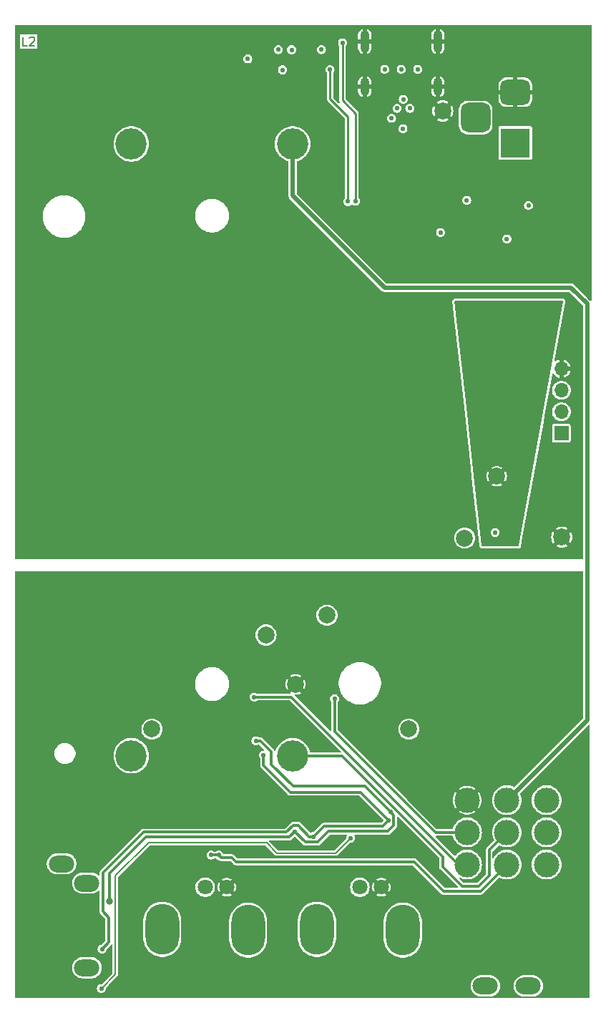
<source format=gbr>
%TF.GenerationSoftware,KiCad,Pcbnew,8.0.3+dfsg-1*%
%TF.CreationDate,2024-06-23T20:26:21+01:00*%
%TF.ProjectId,low-noise-power-probe-panel,6c6f772d-6e6f-4697-9365-2d706f776572,rev?*%
%TF.SameCoordinates,Original*%
%TF.FileFunction,Copper,L2,Inr*%
%TF.FilePolarity,Positive*%
%FSLAX46Y46*%
G04 Gerber Fmt 4.6, Leading zero omitted, Abs format (unit mm)*
G04 Created by KiCad (PCBNEW 8.0.3+dfsg-1) date 2024-06-23 20:26:21*
%MOMM*%
%LPD*%
G01*
G04 APERTURE LIST*
G04 Aperture macros list*
%AMRoundRect*
0 Rectangle with rounded corners*
0 $1 Rounding radius*
0 $2 $3 $4 $5 $6 $7 $8 $9 X,Y pos of 4 corners*
0 Add a 4 corners polygon primitive as box body*
4,1,4,$2,$3,$4,$5,$6,$7,$8,$9,$2,$3,0*
0 Add four circle primitives for the rounded corners*
1,1,$1+$1,$2,$3*
1,1,$1+$1,$4,$5*
1,1,$1+$1,$6,$7*
1,1,$1+$1,$8,$9*
0 Add four rect primitives between the rounded corners*
20,1,$1+$1,$2,$3,$4,$5,0*
20,1,$1+$1,$4,$5,$6,$7,0*
20,1,$1+$1,$6,$7,$8,$9,0*
20,1,$1+$1,$8,$9,$2,$3,0*%
G04 Aperture macros list end*
%ADD10C,0.150000*%
%TA.AperFunction,NonConductor*%
%ADD11C,0.150000*%
%TD*%
%TA.AperFunction,ComponentPad*%
%ADD12O,1.100000X2.100000*%
%TD*%
%TA.AperFunction,ComponentPad*%
%ADD13O,1.100000X2.600000*%
%TD*%
%TA.AperFunction,ComponentPad*%
%ADD14C,3.700000*%
%TD*%
%TA.AperFunction,ComponentPad*%
%ADD15O,4.000000X6.000000*%
%TD*%
%TA.AperFunction,ComponentPad*%
%ADD16C,1.800000*%
%TD*%
%TA.AperFunction,ComponentPad*%
%ADD17C,3.000000*%
%TD*%
%TA.AperFunction,ComponentPad*%
%ADD18O,3.000000X2.000000*%
%TD*%
%TA.AperFunction,ComponentPad*%
%ADD19R,3.500000X3.500000*%
%TD*%
%TA.AperFunction,ComponentPad*%
%ADD20RoundRect,0.750000X-1.000000X0.750000X-1.000000X-0.750000X1.000000X-0.750000X1.000000X0.750000X0*%
%TD*%
%TA.AperFunction,ComponentPad*%
%ADD21RoundRect,0.875000X-0.875000X0.875000X-0.875000X-0.875000X0.875000X-0.875000X0.875000X0.875000X0*%
%TD*%
%TA.AperFunction,ComponentPad*%
%ADD22R,1.700000X1.700000*%
%TD*%
%TA.AperFunction,ComponentPad*%
%ADD23O,1.700000X1.700000*%
%TD*%
%TA.AperFunction,ComponentPad*%
%ADD24C,2.000000*%
%TD*%
%TA.AperFunction,ViaPad*%
%ADD25C,0.550000*%
%TD*%
%TA.AperFunction,ViaPad*%
%ADD26C,0.800000*%
%TD*%
%TA.AperFunction,Conductor*%
%ADD27C,0.300000*%
%TD*%
%TA.AperFunction,Conductor*%
%ADD28C,0.234000*%
%TD*%
%TA.AperFunction,Conductor*%
%ADD29C,0.500000*%
%TD*%
%TA.AperFunction,Conductor*%
%ADD30C,0.152000*%
%TD*%
%TA.AperFunction,Conductor*%
%ADD31C,0.150000*%
%TD*%
G04 APERTURE END LIST*
D10*
D11*
X176833333Y-27254819D02*
X176357143Y-27254819D01*
X176357143Y-27254819D02*
X176357143Y-26254819D01*
X177119048Y-26350057D02*
X177166667Y-26302438D01*
X177166667Y-26302438D02*
X177261905Y-26254819D01*
X177261905Y-26254819D02*
X177500000Y-26254819D01*
X177500000Y-26254819D02*
X177595238Y-26302438D01*
X177595238Y-26302438D02*
X177642857Y-26350057D01*
X177642857Y-26350057D02*
X177690476Y-26445295D01*
X177690476Y-26445295D02*
X177690476Y-26540533D01*
X177690476Y-26540533D02*
X177642857Y-26683390D01*
X177642857Y-26683390D02*
X177071429Y-27254819D01*
X177071429Y-27254819D02*
X177690476Y-27254819D01*
D12*
%TO.N,Board_0-/USB_VGND*%
%TO.C,J4*%
X225429483Y-32125000D03*
D13*
X225429483Y-26765000D03*
D12*
X216789483Y-32125000D03*
D13*
X216789483Y-26765000D03*
%TD*%
D14*
%TO.N,Board_0-Net-(BT1A-+)*%
%TO.C,BT1*%
X189150000Y-111250000D03*
%TO.N,Board_0-Net-(BT1A--)*%
X189150000Y-38900000D03*
%TO.N,Board_0-Net-(BT1B--)*%
X208250000Y-111250000D03*
%TO.N,Board_0-Net-(BT1A--)*%
X208250000Y-38900000D03*
%TD*%
D15*
%TO.N,*%
%TO.C,J1*%
X202980000Y-131880000D03*
X192820000Y-131780000D03*
D16*
%TO.N,Board_0-Net-(J1-In)*%
X197900000Y-126800000D03*
%TO.N,Board_0-/PROBE_VGND*%
X200440000Y-126800000D03*
%TD*%
D17*
%TO.N,Board_0-/+V_BATCHG*%
%TO.C,SW1*%
X238300000Y-124120000D03*
%TO.N,Board_0-Net-(BT1A-+)*%
X233600000Y-124120000D03*
%TO.N,Board_0-/+V_BAT*%
X228900000Y-124120000D03*
%TO.N,Board_0-/USB_VGND*%
X238300000Y-120310000D03*
%TO.N,Board_0-Net-(BT1B--)*%
X233600000Y-120310000D03*
%TO.N,Board_0-/-V_BAT*%
X228900000Y-120310000D03*
%TO.N,Board_0-unconnected-(SW1C-A-Pad7)*%
X238300000Y-116500000D03*
%TO.N,Board_0-Net-(BT1A--)*%
X233600000Y-116500000D03*
%TO.N,Board_0-/PROBE_VGND*%
X228900000Y-116500000D03*
D18*
%TO.N,N/C*%
X231060000Y-138470000D03*
X236140000Y-138470000D03*
%TD*%
D15*
%TO.N,*%
%TO.C,J2*%
X221280000Y-131880000D03*
X211120000Y-131780000D03*
D16*
%TO.N,Board_0-Net-(J2-In)*%
X216200000Y-126800000D03*
%TO.N,Board_0-/PROBE_VGND*%
X218740000Y-126800000D03*
%TD*%
D19*
%TO.N,Board_0-Net-(F1-Pad1)*%
%TO.C,J3*%
X234600000Y-38775000D03*
D20*
%TO.N,Board_0-/USB_VGND*%
X234600000Y-32775000D03*
D21*
%TO.N,Board_0-unconnected-(J3-Pad3)*%
X229900000Y-35775000D03*
%TD*%
D18*
%TO.N,Board_0-Net-(R16-Pad2)*%
%TO.C,RV1*%
X183900000Y-136325000D03*
%TO.N,Board_0-Net-(C2-Pad2)*%
X180900000Y-124025000D03*
%TO.N,Board_0-Net-(R17-Pad1)*%
X183900000Y-126325000D03*
%TD*%
D22*
%TO.N,Board_0-Net-(J5-Pin_1)*%
%TO.C,J5*%
X240050000Y-73100000D03*
D23*
%TO.N,Board_0-/SCL*%
X240050000Y-70560000D03*
%TO.N,Board_0-/SDA*%
X240050000Y-68020000D03*
%TO.N,Board_0-/USB_VGND*%
X240050000Y-65480000D03*
%TD*%
D24*
%TO.N,Board_0-/-V_BAT*%
%TO.C,TP8*%
X212300000Y-94632500D03*
%TD*%
%TO.N,Board_0--2V5*%
%TO.C,TP9*%
X222000000Y-108100000D03*
%TD*%
%TO.N,Board_0-/+V_BATCHG*%
%TO.C,TP2*%
X228600000Y-85500000D03*
%TD*%
%TO.N,Board_0-/PROBE_VGND*%
%TO.C,TP7*%
X208600000Y-102800000D03*
%TD*%
%TO.N,Board_0-/USB_VGND*%
%TO.C,TP21*%
X226000000Y-35000000D03*
%TD*%
%TO.N,Board_0-+2V5*%
%TO.C,TP4*%
X191600000Y-108100000D03*
%TD*%
%TO.N,Board_0-/USB_VGND*%
%TO.C,TP12*%
X240100000Y-85400000D03*
%TD*%
%TO.N,Board_0-/V_UNREG*%
%TO.C,TP1*%
X232400000Y-78200000D03*
%TD*%
%TO.N,Board_0-/+V_BAT*%
%TO.C,TP3*%
X205100000Y-96975000D03*
%TD*%
D25*
%TO.N,Board_0-+2V5*%
X203900000Y-109475000D03*
X219831443Y-117893557D03*
D26*
X186600000Y-128475000D03*
D25*
X208500000Y-120225000D03*
%TO.N,Board_0--2V5*%
X185700000Y-134125000D03*
X204800000Y-111175000D03*
X219590000Y-118878722D03*
X210729780Y-120803969D03*
%TO.N,Board_0-/+V_BAT*%
X203700000Y-104300000D03*
%TO.N,Board_0-/-V_BAT*%
X213200000Y-104500000D03*
%TO.N,Board_0-/CHARGE_STAT*%
X212675000Y-30100000D03*
X214800000Y-45700000D03*
%TO.N,Board_0-/PROBE_VGND*%
X183500000Y-122875000D03*
X232865476Y-96825000D03*
X177600000Y-91825000D03*
X212900000Y-138700000D03*
X237600000Y-131100000D03*
X222865476Y-111825000D03*
X204200000Y-125700000D03*
X177600000Y-101825000D03*
X185600000Y-114775000D03*
X177600000Y-111825000D03*
X232865476Y-101825000D03*
X232500000Y-136900000D03*
X222900000Y-135775000D03*
X237865476Y-136825000D03*
X216000000Y-122375000D03*
X199100000Y-128100000D03*
X210814410Y-122150000D03*
X182865476Y-91825000D03*
X206250000Y-105800000D03*
X210200000Y-119375000D03*
X237865476Y-91825000D03*
X193200000Y-127925000D03*
X182865476Y-111825000D03*
X206250000Y-107550000D03*
X197600000Y-138700000D03*
X189600000Y-138700000D03*
X177550000Y-128700000D03*
X237865476Y-96825000D03*
X197865476Y-131825000D03*
X205600000Y-114775000D03*
X197250000Y-124950000D03*
X219700000Y-109600000D03*
X209000000Y-127275000D03*
X182865476Y-96825000D03*
X198500000Y-124900000D03*
X217865476Y-131825000D03*
X192850000Y-135775000D03*
X180600000Y-129775000D03*
X205100000Y-106700000D03*
X190600000Y-114775000D03*
X227865476Y-106825000D03*
X212050000Y-125775000D03*
X180600000Y-119125000D03*
X217900000Y-138700000D03*
X204475000Y-123125000D03*
X201800000Y-125700000D03*
X211100000Y-127275000D03*
X196000000Y-127000000D03*
X202865476Y-91825000D03*
X242200000Y-111825000D03*
X227900000Y-135775000D03*
X242200000Y-126825000D03*
X192865476Y-96825000D03*
X227865476Y-131825000D03*
X187865476Y-101825000D03*
X210450000Y-105525000D03*
X207865476Y-131825000D03*
X207850000Y-135775000D03*
X200600000Y-114775000D03*
X192865476Y-101825000D03*
X227865476Y-91825000D03*
X235400000Y-131100000D03*
X182865476Y-131825000D03*
X186300000Y-122875000D03*
X202100000Y-106600000D03*
X235200000Y-136900000D03*
X202850000Y-135775000D03*
X227865476Y-96825000D03*
X200575000Y-124000000D03*
X242200000Y-106825000D03*
X196225000Y-125725000D03*
X207850000Y-138700000D03*
X189600000Y-135775000D03*
X217400000Y-127950000D03*
X197865476Y-91825000D03*
X226700000Y-121475000D03*
X217000000Y-105500000D03*
X216100000Y-97900000D03*
X196575000Y-128150000D03*
X222865476Y-91825000D03*
X222865476Y-96825000D03*
X197600000Y-135775000D03*
X189562472Y-124162472D03*
X237865476Y-101825000D03*
X242200000Y-101825000D03*
X217865476Y-96825000D03*
X182865476Y-106825000D03*
X221900000Y-120275000D03*
X218200000Y-118775000D03*
X224800000Y-130300000D03*
X217900000Y-135775000D03*
X222865476Y-126825000D03*
X227865476Y-101825000D03*
X197800000Y-128600000D03*
X187865476Y-106825000D03*
X222900000Y-138700000D03*
X193400000Y-106750000D03*
X177550000Y-123700000D03*
X237865476Y-106825000D03*
X221100000Y-112800000D03*
X182865476Y-101825000D03*
X191700000Y-124175000D03*
X242200000Y-96825000D03*
X208150000Y-106900000D03*
X242200000Y-136825000D03*
X214400000Y-125700000D03*
X177600000Y-106825000D03*
X197865476Y-106825000D03*
X207865476Y-91825000D03*
X197865476Y-96825000D03*
X180600000Y-134775000D03*
X177550000Y-138700000D03*
X199700000Y-106875000D03*
X223500000Y-113100000D03*
X187865476Y-91825000D03*
X191700000Y-122344996D03*
X214875000Y-128000000D03*
X207865476Y-96825000D03*
X212900000Y-135775000D03*
X193800000Y-109600000D03*
X190700000Y-119075000D03*
X226100000Y-110500000D03*
X232865476Y-91825000D03*
X212865476Y-91825000D03*
X205300000Y-117800000D03*
X192865476Y-91825000D03*
X205100000Y-119525000D03*
X236000000Y-125700000D03*
X225600000Y-114775000D03*
X206600000Y-125675000D03*
X202850000Y-138700000D03*
X187927000Y-128465056D03*
X210525000Y-103975000D03*
X213500000Y-125100000D03*
X242200000Y-91825000D03*
X194200000Y-124175000D03*
X232865476Y-111825000D03*
X227865476Y-111825000D03*
X195500000Y-119100000D03*
X217500000Y-125200000D03*
X200700000Y-119100000D03*
X222865476Y-101825000D03*
X224400000Y-122675000D03*
X185600000Y-119125000D03*
X194200000Y-122344996D03*
X215300000Y-125100000D03*
X192850000Y-138700000D03*
X196600000Y-124175000D03*
X232865476Y-106825000D03*
X217865476Y-91825000D03*
X187865476Y-96825000D03*
X177600000Y-96825000D03*
X195600000Y-114775000D03*
X180600000Y-114775000D03*
X214300000Y-126900000D03*
X185575000Y-130475000D03*
X227900000Y-138700000D03*
X239600000Y-126700000D03*
X216100000Y-128450000D03*
X240600000Y-134500000D03*
%TO.N,Board_0-/USB_CC1*%
X221300000Y-37100000D03*
X222100000Y-34675000D03*
%TO.N,Board_0-/USB_CC2*%
X219950000Y-35850000D03*
X219150000Y-30075004D03*
%TO.N,Board_0-/USB_D+*%
X221099994Y-30075000D03*
X221346037Y-33621037D03*
%TO.N,Board_0-/USB_D-*%
X220600000Y-34675000D03*
X223050000Y-30075000D03*
%TO.N,Board_0-/USB_VBUS*%
X202945000Y-28830000D03*
X228850000Y-45545000D03*
X207050000Y-30125000D03*
%TO.N,Board_0-/USB_VGND*%
X202865476Y-41825000D03*
X202865476Y-61825000D03*
X187865476Y-41825000D03*
X182865476Y-61825000D03*
X212865476Y-76825000D03*
X227200000Y-74600000D03*
X217865476Y-46825000D03*
X177600000Y-36825000D03*
X187865476Y-76825000D03*
X212865476Y-71825000D03*
X192865476Y-76825000D03*
X192865476Y-81825000D03*
X187865476Y-26825000D03*
X202865476Y-76825000D03*
X207865476Y-81825000D03*
X197865476Y-86825000D03*
X218100000Y-33450000D03*
X242200000Y-51825000D03*
X212865476Y-86825000D03*
X197865476Y-71825000D03*
X177600000Y-66825000D03*
X242200000Y-86825000D03*
X232000000Y-31375000D03*
X197865476Y-81825000D03*
X233500000Y-35775000D03*
X207865476Y-51825000D03*
X182865476Y-81825000D03*
X212865476Y-66825000D03*
X225050000Y-30400000D03*
X237865476Y-36825000D03*
X207865476Y-76825000D03*
X187865476Y-66825000D03*
X232865476Y-26825000D03*
X212865476Y-51825000D03*
X177600000Y-41825000D03*
X207865476Y-61825000D03*
X197865476Y-76825000D03*
X224100000Y-33400000D03*
X216950000Y-30400000D03*
X225000000Y-79600000D03*
X177600000Y-76825000D03*
X206900000Y-41825000D03*
X192865476Y-71825000D03*
X222865476Y-86825000D03*
X242200000Y-76825000D03*
X192865476Y-41825000D03*
X229750000Y-53100000D03*
X217865476Y-66825000D03*
X212865476Y-81825000D03*
X221600000Y-52100000D03*
X237865476Y-76825000D03*
X192865476Y-66825000D03*
X217865476Y-61825000D03*
X177600000Y-81825000D03*
X187865476Y-56825000D03*
X217865476Y-86825000D03*
X242200000Y-66825000D03*
X227865476Y-26825000D03*
X222600000Y-46950000D03*
X177600000Y-56825000D03*
X192865476Y-86825000D03*
X187865476Y-31825000D03*
X229400000Y-82500000D03*
X242200000Y-36825000D03*
X177600000Y-86825000D03*
X227865476Y-56825000D03*
X182865476Y-76825000D03*
X242200000Y-26825000D03*
X222865476Y-81825000D03*
X187865476Y-61825000D03*
X212865476Y-56825000D03*
X237865476Y-86825000D03*
X202865476Y-81825000D03*
X187865476Y-46825000D03*
X192865476Y-46825000D03*
X182865476Y-56825000D03*
X177600000Y-46825000D03*
X197865476Y-51825000D03*
X212865476Y-61825000D03*
X237865476Y-56825000D03*
X202865476Y-71825000D03*
X202865476Y-66825000D03*
X192865476Y-51825000D03*
X187865476Y-71825000D03*
X202865476Y-56825000D03*
X222865476Y-71825000D03*
X237865476Y-31825000D03*
X187865476Y-81825000D03*
X207865476Y-66825000D03*
X237865476Y-81825000D03*
X242200000Y-31825000D03*
X237865476Y-26825000D03*
X182865476Y-41825000D03*
X217865476Y-71825000D03*
X202865476Y-51825000D03*
X217865476Y-41825000D03*
X197865476Y-61825000D03*
X187865476Y-51825000D03*
X222865476Y-66825000D03*
X182865476Y-26825000D03*
X242200000Y-46825000D03*
X182865476Y-51825000D03*
X177600000Y-71825000D03*
X197865476Y-41825000D03*
X197865476Y-66825000D03*
X182865476Y-36825000D03*
X182865476Y-66825000D03*
X192865476Y-56825000D03*
X177600000Y-61825000D03*
X207865476Y-71825000D03*
X207865476Y-56825000D03*
X207865476Y-46825000D03*
X217865476Y-36825000D03*
X207865476Y-86825000D03*
X177600000Y-31825000D03*
X192865476Y-61825000D03*
X222865476Y-56825000D03*
X187865476Y-86825000D03*
X182865476Y-86825000D03*
X227865476Y-76825000D03*
X228000000Y-79700000D03*
X217865476Y-76825000D03*
X242200000Y-81825000D03*
X197865476Y-56825000D03*
X232865476Y-56825000D03*
X182865476Y-31825000D03*
X217865476Y-81825000D03*
X242200000Y-42800000D03*
X232200000Y-84850000D03*
X227200000Y-71600000D03*
X182865476Y-71825000D03*
X202865476Y-86825000D03*
X222865476Y-76825000D03*
X227865476Y-31825000D03*
X177600000Y-51825000D03*
X242200000Y-61825000D03*
%TO.N,Board_0-/V_UNREG*%
X232000000Y-74300000D03*
X228953341Y-68431867D03*
X214150000Y-26925000D03*
X234200000Y-86050000D03*
X215700000Y-45675000D03*
X236250000Y-58825000D03*
X233330000Y-86050000D03*
X236250000Y-59925000D03*
%TO.N,Board_0-Net-(BT1A-+)*%
X199500000Y-123000000D03*
X198604251Y-122993363D03*
%TO.N,Board_0-Net-(D1-A)*%
X208120000Y-27755000D03*
%TO.N,Board_0-Net-(D1-K)*%
X206550000Y-27745000D03*
%TO.N,Board_0-Net-(D15-A)*%
X236150000Y-46175000D03*
%TO.N,Board_0-Net-(D3-A)*%
X215100000Y-120975000D03*
X185600000Y-138775000D03*
%TO.N,Board_0-Net-(D5-K)*%
X211660000Y-27735000D03*
%TO.N,Board_0-Net-(U6-GATE)*%
X225750000Y-49375000D03*
X233600000Y-50125000D03*
%TD*%
D27*
%TO.N,Board_0-+2V5*%
X207850000Y-120875000D02*
X191000000Y-120875000D01*
X203900000Y-109475000D02*
X204400000Y-109475000D01*
X190999972Y-120875028D02*
X190895433Y-120875028D01*
X205700000Y-112275000D02*
X208300000Y-114875000D01*
X211200000Y-121475000D02*
X212489058Y-120185942D01*
X209750000Y-121475000D02*
X211200000Y-121475000D01*
X191000000Y-120875000D02*
X190999972Y-120875028D01*
X208500000Y-120225000D02*
X207850000Y-120875000D01*
X208300000Y-114875000D02*
X216812886Y-114875000D01*
X220215000Y-119460000D02*
X220215000Y-118277114D01*
X204400000Y-109475000D02*
X205700000Y-110775000D01*
X186600000Y-125170461D02*
X186600000Y-128475000D01*
X219489058Y-120185942D02*
X220215000Y-119460000D01*
X216812886Y-114875000D02*
X219831443Y-117893557D01*
X220215000Y-118277114D02*
X219831443Y-117893557D01*
X190895433Y-120875028D02*
X186600000Y-125170461D01*
X208500000Y-120225000D02*
X209750000Y-121475000D01*
X205700000Y-110775000D02*
X205700000Y-112275000D01*
X212489058Y-120185942D02*
X219489058Y-120185942D01*
%TO.N,Board_0--2V5*%
X208000000Y-115575000D02*
X216286278Y-115575000D01*
X186500000Y-130375000D02*
X186500000Y-133325000D01*
X210228969Y-120803969D02*
X208900000Y-119475000D01*
X210729780Y-120803969D02*
X211958749Y-119575000D01*
X204800000Y-112375000D02*
X208000000Y-115575000D01*
X190600000Y-120275000D02*
X185800000Y-125075000D01*
X216286278Y-115575000D02*
X219590000Y-118878722D01*
X218893722Y-119575000D02*
X219590000Y-118878722D01*
X207500000Y-120275000D02*
X190600000Y-120275000D01*
X204800000Y-111175000D02*
X204800000Y-112375000D01*
X185800000Y-125075000D02*
X185800000Y-129675000D01*
X210729780Y-120803969D02*
X210228969Y-120803969D01*
X186500000Y-133325000D02*
X185700000Y-134125000D01*
X208300000Y-119475000D02*
X207500000Y-120275000D01*
X211958749Y-119575000D02*
X218893722Y-119575000D01*
X208900000Y-119475000D02*
X208300000Y-119475000D01*
X185800000Y-129675000D02*
X186500000Y-130375000D01*
%TO.N,Board_0-/+V_BAT*%
X203700000Y-104300000D02*
X208100000Y-104300000D01*
X208100000Y-104300000D02*
X227920000Y-124120000D01*
%TO.N,Board_0-/-V_BAT*%
X228900000Y-120310000D02*
X225135000Y-120310000D01*
X213200000Y-108375000D02*
X213200000Y-104500000D01*
X225135000Y-120310000D02*
X213200000Y-108375000D01*
D28*
%TO.N,Board_0-/CHARGE_STAT*%
X212675000Y-33575000D02*
X212675000Y-30100000D01*
X214800000Y-35700000D02*
X212675000Y-33575000D01*
X214800000Y-45700000D02*
X214800000Y-35700000D01*
D27*
%TO.N,Board_0-/PROBE_VGND*%
X227825000Y-117475000D02*
X228800000Y-116500000D01*
D28*
%TO.N,Board_0-/V_UNREG*%
X215700000Y-45675000D02*
X215700000Y-35300000D01*
X214150000Y-33750000D02*
X214150000Y-26925000D01*
X215700000Y-35300000D02*
X214150000Y-33750000D01*
D27*
%TO.N,Board_0-Net-(BT1A-+)*%
X201075000Y-123300000D02*
X201575000Y-123800000D01*
X199500000Y-123000000D02*
X198610888Y-123000000D01*
X226100000Y-127275000D02*
X230475000Y-127275000D01*
X199800000Y-123300000D02*
X201075000Y-123300000D01*
X201575000Y-123800000D02*
X222625000Y-123800000D01*
X230475000Y-127275000D02*
X233530000Y-124220000D01*
X199500000Y-123000000D02*
X199800000Y-123300000D01*
X198610888Y-123000000D02*
X198604251Y-122993363D01*
X222625000Y-123800000D02*
X226100000Y-127275000D01*
D29*
%TO.N,Board_0-Net-(BT1A--)*%
X208250000Y-44975000D02*
X208250000Y-38900000D01*
X243100000Y-57800000D02*
X241200000Y-55900000D01*
X233653233Y-116500000D02*
X243100000Y-107053233D01*
X219175000Y-55900000D02*
X208250000Y-44975000D01*
X241200000Y-55900000D02*
X219175000Y-55900000D01*
X243100000Y-107053233D02*
X243100000Y-57800000D01*
D27*
%TO.N,Board_0-Net-(BT1B--)*%
X231500000Y-122410000D02*
X231500000Y-125425000D01*
X230250000Y-126675000D02*
X228300000Y-126675000D01*
X231500000Y-125425000D02*
X230250000Y-126675000D01*
X226000000Y-123175000D02*
X226000000Y-124375000D01*
X233600000Y-120310000D02*
X231500000Y-122410000D01*
X208250000Y-111250000D02*
X214075000Y-111250000D01*
X226000000Y-124375000D02*
X228300000Y-126675000D01*
X214075000Y-111250000D02*
X226000000Y-123175000D01*
D30*
%TO.N,Board_0-Net-(D3-A)*%
X205164076Y-121539076D02*
X191185981Y-121539076D01*
X187276000Y-125449057D02*
X187276000Y-136025000D01*
D31*
X187276000Y-137099000D02*
X187276000Y-136025000D01*
D30*
X215100000Y-120975000D02*
X213324000Y-122751000D01*
X213324000Y-122751000D02*
X206376000Y-122751000D01*
X206376000Y-122751000D02*
X205164076Y-121539076D01*
D31*
X185600000Y-138775000D02*
X187276000Y-137099000D01*
D30*
X187276000Y-136025000D02*
X187276000Y-136924000D01*
X191185981Y-121539076D02*
X187276000Y-125449057D01*
%TD*%
%TA.AperFunction,Conductor*%
%TO.N,Board_0-/PROBE_VGND*%
G36*
X214638041Y-120608116D02*
G01*
X214659715Y-120660442D01*
X214644424Y-120705489D01*
X214640977Y-120709981D01*
X214640975Y-120709984D01*
X214588025Y-120837817D01*
X214569965Y-120975000D01*
X214569965Y-120975002D01*
X214573146Y-120999170D01*
X214558486Y-121053877D01*
X214552105Y-121061153D01*
X213210433Y-122402826D01*
X213158107Y-122424500D01*
X206541892Y-122424500D01*
X206489566Y-122402826D01*
X205488567Y-121401826D01*
X205466893Y-121349500D01*
X205488567Y-121297174D01*
X205540893Y-121275500D01*
X207902726Y-121275500D01*
X207902727Y-121275500D01*
X208004588Y-121248207D01*
X208095913Y-121195480D01*
X208447676Y-120843716D01*
X208499999Y-120822044D01*
X208552325Y-120843718D01*
X209504087Y-121795480D01*
X209595412Y-121848207D01*
X209697273Y-121875500D01*
X209697274Y-121875500D01*
X211252726Y-121875500D01*
X211252727Y-121875500D01*
X211354588Y-121848207D01*
X211445913Y-121795480D01*
X212633277Y-120608116D01*
X212685603Y-120586442D01*
X214585715Y-120586442D01*
X214638041Y-120608116D01*
G37*
%TD.AperFunction*%
%TA.AperFunction,Conductor*%
G36*
X242577826Y-89421674D02*
G01*
X242599500Y-89474000D01*
X242599500Y-106815266D01*
X242577826Y-106867592D01*
X234506693Y-114938724D01*
X234454367Y-114960398D01*
X234422260Y-114953070D01*
X234241328Y-114865939D01*
X234241324Y-114865937D01*
X234241323Y-114865937D01*
X234241318Y-114865935D01*
X234241314Y-114865934D01*
X233990615Y-114788603D01*
X233990616Y-114788603D01*
X233731188Y-114749500D01*
X233731182Y-114749500D01*
X233468818Y-114749500D01*
X233468811Y-114749500D01*
X233209384Y-114788603D01*
X232958685Y-114865934D01*
X232958671Y-114865939D01*
X232730436Y-114975852D01*
X232722296Y-114979772D01*
X232505521Y-115127567D01*
X232499385Y-115133260D01*
X232313196Y-115306017D01*
X232313194Y-115306019D01*
X232149614Y-115511143D01*
X232018431Y-115738358D01*
X231922579Y-115982586D01*
X231919172Y-115997514D01*
X231864198Y-116238370D01*
X231844592Y-116500000D01*
X231864198Y-116761630D01*
X231922580Y-117017416D01*
X232018432Y-117261643D01*
X232149614Y-117488857D01*
X232313195Y-117693981D01*
X232505521Y-117872433D01*
X232722296Y-118020228D01*
X232958677Y-118134063D01*
X233109747Y-118180662D01*
X233209384Y-118211396D01*
X233209383Y-118211396D01*
X233468811Y-118250499D01*
X233468818Y-118250500D01*
X233468820Y-118250500D01*
X233731180Y-118250500D01*
X233731182Y-118250500D01*
X233990615Y-118211396D01*
X234241323Y-118134063D01*
X234477704Y-118020228D01*
X234694479Y-117872433D01*
X234886805Y-117693981D01*
X235050386Y-117488857D01*
X235181568Y-117261643D01*
X235277420Y-117017416D01*
X235335802Y-116761630D01*
X235355408Y-116500000D01*
X236544592Y-116500000D01*
X236564198Y-116761630D01*
X236622580Y-117017416D01*
X236718432Y-117261643D01*
X236849614Y-117488857D01*
X237013195Y-117693981D01*
X237205521Y-117872433D01*
X237422296Y-118020228D01*
X237658677Y-118134063D01*
X237809747Y-118180662D01*
X237909384Y-118211396D01*
X237909383Y-118211396D01*
X238168811Y-118250499D01*
X238168818Y-118250500D01*
X238168820Y-118250500D01*
X238431180Y-118250500D01*
X238431182Y-118250500D01*
X238690615Y-118211396D01*
X238941323Y-118134063D01*
X239177704Y-118020228D01*
X239394479Y-117872433D01*
X239586805Y-117693981D01*
X239750386Y-117488857D01*
X239881568Y-117261643D01*
X239977420Y-117017416D01*
X240035802Y-116761630D01*
X240055408Y-116500000D01*
X240035802Y-116238370D01*
X239977420Y-115982584D01*
X239881568Y-115738357D01*
X239750386Y-115511143D01*
X239586805Y-115306019D01*
X239394479Y-115127567D01*
X239177704Y-114979772D01*
X239054406Y-114920394D01*
X238941328Y-114865939D01*
X238941324Y-114865937D01*
X238941323Y-114865937D01*
X238941318Y-114865935D01*
X238941314Y-114865934D01*
X238690615Y-114788603D01*
X238690616Y-114788603D01*
X238431188Y-114749500D01*
X238431182Y-114749500D01*
X238168818Y-114749500D01*
X238168811Y-114749500D01*
X237909384Y-114788603D01*
X237658685Y-114865934D01*
X237658671Y-114865939D01*
X237430436Y-114975852D01*
X237422296Y-114979772D01*
X237205521Y-115127567D01*
X237199385Y-115133260D01*
X237013196Y-115306017D01*
X237013194Y-115306019D01*
X236849614Y-115511143D01*
X236718431Y-115738358D01*
X236622579Y-115982586D01*
X236619172Y-115997514D01*
X236564198Y-116238370D01*
X236544592Y-116500000D01*
X235355408Y-116500000D01*
X235335802Y-116238370D01*
X235277420Y-115982584D01*
X235182673Y-115741172D01*
X235183732Y-115684547D01*
X235199229Y-115661816D01*
X243273675Y-107587371D01*
X243326000Y-107565698D01*
X243378326Y-107587372D01*
X243400000Y-107639698D01*
X243400000Y-139826000D01*
X243378326Y-139878326D01*
X243326000Y-139900000D01*
X175474000Y-139900000D01*
X175421674Y-139878326D01*
X175400000Y-139826000D01*
X175400000Y-136226582D01*
X182149500Y-136226582D01*
X182149500Y-136423417D01*
X182180290Y-136617823D01*
X182180293Y-136617836D01*
X182241113Y-136805019D01*
X182330475Y-136980404D01*
X182335155Y-136986846D01*
X182446172Y-137139646D01*
X182585354Y-137278828D01*
X182744595Y-137394524D01*
X182919975Y-137483884D01*
X182919977Y-137483884D01*
X182919980Y-137483886D01*
X183107163Y-137544706D01*
X183107169Y-137544707D01*
X183107174Y-137544709D01*
X183236780Y-137565236D01*
X183301582Y-137575500D01*
X183301583Y-137575500D01*
X184498418Y-137575500D01*
X184547019Y-137567802D01*
X184692826Y-137544709D01*
X184692833Y-137544706D01*
X184692836Y-137544706D01*
X184880019Y-137483886D01*
X184880019Y-137483885D01*
X184880025Y-137483884D01*
X185055405Y-137394524D01*
X185214646Y-137278828D01*
X185353828Y-137139646D01*
X185469524Y-136980405D01*
X185558884Y-136805025D01*
X185619709Y-136617826D01*
X185650500Y-136423417D01*
X185650500Y-136226583D01*
X185619709Y-136032174D01*
X185619707Y-136032169D01*
X185619706Y-136032163D01*
X185558886Y-135844980D01*
X185558884Y-135844977D01*
X185558884Y-135844975D01*
X185469524Y-135669595D01*
X185353828Y-135510354D01*
X185214646Y-135371172D01*
X185214643Y-135371169D01*
X185214641Y-135371168D01*
X185055404Y-135255475D01*
X184880019Y-135166113D01*
X184692836Y-135105293D01*
X184692823Y-135105290D01*
X184498418Y-135074500D01*
X184498417Y-135074500D01*
X183301583Y-135074500D01*
X183301582Y-135074500D01*
X183107176Y-135105290D01*
X183107163Y-135105293D01*
X182919980Y-135166113D01*
X182744595Y-135255475D01*
X182585358Y-135371168D01*
X182446168Y-135510358D01*
X182330475Y-135669595D01*
X182241113Y-135844980D01*
X182180293Y-136032163D01*
X182180290Y-136032176D01*
X182149500Y-136226582D01*
X175400000Y-136226582D01*
X175400000Y-126226582D01*
X182149500Y-126226582D01*
X182149500Y-126423417D01*
X182180290Y-126617823D01*
X182180293Y-126617836D01*
X182241113Y-126805019D01*
X182330475Y-126980404D01*
X182353655Y-127012309D01*
X182446172Y-127139646D01*
X182585354Y-127278828D01*
X182744595Y-127394524D01*
X182919975Y-127483884D01*
X182919977Y-127483884D01*
X182919980Y-127483886D01*
X183107163Y-127544706D01*
X183107169Y-127544707D01*
X183107174Y-127544709D01*
X183236780Y-127565236D01*
X183301582Y-127575500D01*
X183301583Y-127575500D01*
X184498418Y-127575500D01*
X184547019Y-127567802D01*
X184692826Y-127544709D01*
X184692833Y-127544706D01*
X184692836Y-127544706D01*
X184880019Y-127483886D01*
X184880019Y-127483885D01*
X184880025Y-127483884D01*
X185055405Y-127394524D01*
X185214646Y-127278828D01*
X185273174Y-127220300D01*
X185325500Y-127198626D01*
X185377826Y-127220300D01*
X185399500Y-127272626D01*
X185399500Y-129622273D01*
X185399500Y-129727727D01*
X185426793Y-129829588D01*
X185426795Y-129829592D01*
X185479517Y-129920909D01*
X185479518Y-129920910D01*
X185479520Y-129920913D01*
X186077826Y-130519219D01*
X186099500Y-130571544D01*
X186099500Y-133128454D01*
X186077826Y-133180780D01*
X185675891Y-133582714D01*
X185633225Y-133603755D01*
X185562817Y-133613025D01*
X185562814Y-133613026D01*
X185434984Y-133665975D01*
X185325209Y-133750209D01*
X185240975Y-133859984D01*
X185188025Y-133987817D01*
X185169965Y-134125000D01*
X185188025Y-134262182D01*
X185190040Y-134267046D01*
X185240976Y-134390018D01*
X185325209Y-134499791D01*
X185434982Y-134584024D01*
X185562817Y-134636974D01*
X185700000Y-134655035D01*
X185837183Y-134636974D01*
X185965018Y-134584024D01*
X186074791Y-134499791D01*
X186159024Y-134390018D01*
X186211974Y-134262183D01*
X186221243Y-134191774D01*
X186242282Y-134149109D01*
X186820480Y-133570913D01*
X186820481Y-133570910D01*
X186823174Y-133568218D01*
X186875500Y-133546544D01*
X186927826Y-133568218D01*
X186949500Y-133620544D01*
X186949500Y-136934520D01*
X186927826Y-136986846D01*
X185687401Y-138227270D01*
X185635075Y-138248944D01*
X185625417Y-138248311D01*
X185600000Y-138244965D01*
X185462817Y-138263025D01*
X185334984Y-138315975D01*
X185225209Y-138400209D01*
X185140975Y-138509984D01*
X185088025Y-138637817D01*
X185069965Y-138775000D01*
X185088025Y-138912182D01*
X185103700Y-138950025D01*
X185140976Y-139040018D01*
X185225209Y-139149791D01*
X185334982Y-139234024D01*
X185462817Y-139286974D01*
X185600000Y-139305035D01*
X185737183Y-139286974D01*
X185865018Y-139234024D01*
X185974791Y-139149791D01*
X186059024Y-139040018D01*
X186111974Y-138912183D01*
X186130035Y-138775000D01*
X186126688Y-138749580D01*
X186141346Y-138694874D01*
X186147721Y-138687604D01*
X186463743Y-138371582D01*
X229309500Y-138371582D01*
X229309500Y-138568417D01*
X229340290Y-138762823D01*
X229340293Y-138762836D01*
X229401113Y-138950019D01*
X229490475Y-139125404D01*
X229569392Y-139234024D01*
X229606172Y-139284646D01*
X229745354Y-139423828D01*
X229904595Y-139539524D01*
X230079975Y-139628884D01*
X230079977Y-139628884D01*
X230079980Y-139628886D01*
X230267163Y-139689706D01*
X230267169Y-139689707D01*
X230267174Y-139689709D01*
X230396780Y-139710236D01*
X230461582Y-139720500D01*
X230461583Y-139720500D01*
X231658418Y-139720500D01*
X231707019Y-139712802D01*
X231852826Y-139689709D01*
X231852833Y-139689706D01*
X231852836Y-139689706D01*
X232040019Y-139628886D01*
X232040019Y-139628885D01*
X232040025Y-139628884D01*
X232215405Y-139539524D01*
X232374646Y-139423828D01*
X232513828Y-139284646D01*
X232629524Y-139125405D01*
X232718884Y-138950025D01*
X232731180Y-138912182D01*
X232779706Y-138762836D01*
X232779706Y-138762833D01*
X232779709Y-138762826D01*
X232810500Y-138568417D01*
X232810500Y-138371583D01*
X232810500Y-138371582D01*
X234389500Y-138371582D01*
X234389500Y-138568417D01*
X234420290Y-138762823D01*
X234420293Y-138762836D01*
X234481113Y-138950019D01*
X234570475Y-139125404D01*
X234649392Y-139234024D01*
X234686172Y-139284646D01*
X234825354Y-139423828D01*
X234984595Y-139539524D01*
X235159975Y-139628884D01*
X235159977Y-139628884D01*
X235159980Y-139628886D01*
X235347163Y-139689706D01*
X235347169Y-139689707D01*
X235347174Y-139689709D01*
X235476780Y-139710236D01*
X235541582Y-139720500D01*
X235541583Y-139720500D01*
X236738418Y-139720500D01*
X236787019Y-139712802D01*
X236932826Y-139689709D01*
X236932833Y-139689706D01*
X236932836Y-139689706D01*
X237120019Y-139628886D01*
X237120019Y-139628885D01*
X237120025Y-139628884D01*
X237295405Y-139539524D01*
X237454646Y-139423828D01*
X237593828Y-139284646D01*
X237709524Y-139125405D01*
X237798884Y-138950025D01*
X237811180Y-138912182D01*
X237859706Y-138762836D01*
X237859706Y-138762833D01*
X237859709Y-138762826D01*
X237890500Y-138568417D01*
X237890500Y-138371583D01*
X237859709Y-138177174D01*
X237859707Y-138177169D01*
X237859706Y-138177163D01*
X237798886Y-137989980D01*
X237798884Y-137989977D01*
X237798884Y-137989975D01*
X237709524Y-137814595D01*
X237593828Y-137655354D01*
X237454646Y-137516172D01*
X237454643Y-137516169D01*
X237454641Y-137516168D01*
X237295404Y-137400475D01*
X237120019Y-137311113D01*
X236932836Y-137250293D01*
X236932823Y-137250290D01*
X236738418Y-137219500D01*
X236738417Y-137219500D01*
X235541583Y-137219500D01*
X235541582Y-137219500D01*
X235347176Y-137250290D01*
X235347163Y-137250293D01*
X235159980Y-137311113D01*
X234984595Y-137400475D01*
X234825358Y-137516168D01*
X234686168Y-137655358D01*
X234570475Y-137814595D01*
X234481113Y-137989980D01*
X234420293Y-138177163D01*
X234420290Y-138177176D01*
X234389500Y-138371582D01*
X232810500Y-138371582D01*
X232779709Y-138177174D01*
X232779707Y-138177169D01*
X232779706Y-138177163D01*
X232718886Y-137989980D01*
X232718884Y-137989977D01*
X232718884Y-137989975D01*
X232629524Y-137814595D01*
X232513828Y-137655354D01*
X232374646Y-137516172D01*
X232374643Y-137516169D01*
X232374641Y-137516168D01*
X232215404Y-137400475D01*
X232040019Y-137311113D01*
X231852836Y-137250293D01*
X231852823Y-137250290D01*
X231658418Y-137219500D01*
X231658417Y-137219500D01*
X230461583Y-137219500D01*
X230461582Y-137219500D01*
X230267176Y-137250290D01*
X230267163Y-137250293D01*
X230079980Y-137311113D01*
X229904595Y-137400475D01*
X229745358Y-137516168D01*
X229606168Y-137655358D01*
X229490475Y-137814595D01*
X229401113Y-137989980D01*
X229340293Y-138177163D01*
X229340290Y-138177176D01*
X229309500Y-138371582D01*
X186463743Y-138371582D01*
X187536465Y-137298862D01*
X187579318Y-137224639D01*
X187601500Y-137141853D01*
X187601500Y-137056147D01*
X187601500Y-136979428D01*
X187602134Y-136969764D01*
X187602500Y-136966985D01*
X187602500Y-130632495D01*
X190569500Y-130632495D01*
X190569500Y-132927504D01*
X190608006Y-133219991D01*
X190684361Y-133504953D01*
X190797253Y-133777498D01*
X190797256Y-133777506D01*
X190854991Y-133877506D01*
X190944762Y-134032994D01*
X191124354Y-134267042D01*
X191332958Y-134475646D01*
X191567006Y-134655238D01*
X191822493Y-134802743D01*
X192095048Y-134915639D01*
X192380007Y-134991993D01*
X192672494Y-135030500D01*
X192672496Y-135030500D01*
X192967504Y-135030500D01*
X192967506Y-135030500D01*
X193259993Y-134991993D01*
X193544952Y-134915639D01*
X193817507Y-134802743D01*
X194072994Y-134655238D01*
X194307042Y-134475646D01*
X194515646Y-134267042D01*
X194695238Y-134032994D01*
X194842743Y-133777507D01*
X194955639Y-133504952D01*
X195031993Y-133219993D01*
X195070500Y-132927506D01*
X195070500Y-130732495D01*
X200729500Y-130732495D01*
X200729500Y-133027504D01*
X200768006Y-133319991D01*
X200844361Y-133604953D01*
X200957253Y-133877498D01*
X200957256Y-133877506D01*
X200957257Y-133877507D01*
X201104762Y-134132994D01*
X201284354Y-134367042D01*
X201492958Y-134575646D01*
X201727006Y-134755238D01*
X201982493Y-134902743D01*
X202255048Y-135015639D01*
X202540007Y-135091993D01*
X202832494Y-135130500D01*
X202832496Y-135130500D01*
X203127504Y-135130500D01*
X203127506Y-135130500D01*
X203419993Y-135091993D01*
X203704952Y-135015639D01*
X203977507Y-134902743D01*
X204232994Y-134755238D01*
X204467042Y-134575646D01*
X204675646Y-134367042D01*
X204855238Y-134132994D01*
X205002743Y-133877507D01*
X205115639Y-133604952D01*
X205191993Y-133319993D01*
X205230500Y-133027506D01*
X205230500Y-130732494D01*
X205217335Y-130632495D01*
X208869500Y-130632495D01*
X208869500Y-132927504D01*
X208908006Y-133219991D01*
X208984361Y-133504953D01*
X209097253Y-133777498D01*
X209097256Y-133777506D01*
X209154991Y-133877506D01*
X209244762Y-134032994D01*
X209424354Y-134267042D01*
X209632958Y-134475646D01*
X209867006Y-134655238D01*
X210122493Y-134802743D01*
X210395048Y-134915639D01*
X210680007Y-134991993D01*
X210972494Y-135030500D01*
X210972496Y-135030500D01*
X211267504Y-135030500D01*
X211267506Y-135030500D01*
X211559993Y-134991993D01*
X211844952Y-134915639D01*
X212117507Y-134802743D01*
X212372994Y-134655238D01*
X212607042Y-134475646D01*
X212815646Y-134267042D01*
X212995238Y-134032994D01*
X213142743Y-133777507D01*
X213255639Y-133504952D01*
X213331993Y-133219993D01*
X213370500Y-132927506D01*
X213370500Y-130732495D01*
X219029500Y-130732495D01*
X219029500Y-133027504D01*
X219068006Y-133319991D01*
X219144361Y-133604953D01*
X219257253Y-133877498D01*
X219257256Y-133877506D01*
X219257257Y-133877507D01*
X219404762Y-134132994D01*
X219584354Y-134367042D01*
X219792958Y-134575646D01*
X220027006Y-134755238D01*
X220282493Y-134902743D01*
X220555048Y-135015639D01*
X220840007Y-135091993D01*
X221132494Y-135130500D01*
X221132496Y-135130500D01*
X221427504Y-135130500D01*
X221427506Y-135130500D01*
X221719993Y-135091993D01*
X222004952Y-135015639D01*
X222277507Y-134902743D01*
X222532994Y-134755238D01*
X222767042Y-134575646D01*
X222975646Y-134367042D01*
X223155238Y-134132994D01*
X223302743Y-133877507D01*
X223415639Y-133604952D01*
X223491993Y-133319993D01*
X223530500Y-133027506D01*
X223530500Y-130732494D01*
X223491993Y-130440007D01*
X223415639Y-130155048D01*
X223302743Y-129882493D01*
X223155238Y-129627006D01*
X222975646Y-129392958D01*
X222767042Y-129184354D01*
X222532994Y-129004762D01*
X222507656Y-128990133D01*
X222277506Y-128857256D01*
X222277498Y-128857253D01*
X222004953Y-128744361D01*
X221719991Y-128668006D01*
X221504518Y-128639638D01*
X221427506Y-128629500D01*
X221132494Y-128629500D01*
X221064441Y-128638459D01*
X220840008Y-128668006D01*
X220555046Y-128744361D01*
X220282501Y-128857253D01*
X220282493Y-128857256D01*
X220027010Y-129004759D01*
X219792953Y-129184358D01*
X219584358Y-129392953D01*
X219584354Y-129392957D01*
X219584354Y-129392958D01*
X219481495Y-129527006D01*
X219404759Y-129627010D01*
X219257256Y-129882493D01*
X219257253Y-129882501D01*
X219144361Y-130155046D01*
X219068006Y-130440008D01*
X219029500Y-130732495D01*
X213370500Y-130732495D01*
X213370500Y-130632494D01*
X213331993Y-130340007D01*
X213255639Y-130055048D01*
X213142743Y-129782493D01*
X212995238Y-129527006D01*
X212815646Y-129292958D01*
X212607042Y-129084354D01*
X212372994Y-128904762D01*
X212290706Y-128857253D01*
X212117506Y-128757256D01*
X212117498Y-128757253D01*
X211844953Y-128644361D01*
X211559991Y-128568006D01*
X211344518Y-128539638D01*
X211267506Y-128529500D01*
X210972494Y-128529500D01*
X210904441Y-128538459D01*
X210680008Y-128568006D01*
X210395046Y-128644361D01*
X210122501Y-128757253D01*
X210122493Y-128757256D01*
X209867010Y-128904759D01*
X209632953Y-129084358D01*
X209424358Y-129292953D01*
X209424354Y-129292957D01*
X209424354Y-129292958D01*
X209244762Y-129527006D01*
X209244759Y-129527010D01*
X209097256Y-129782493D01*
X209097253Y-129782501D01*
X208984361Y-130055046D01*
X208908006Y-130340008D01*
X208869500Y-130632495D01*
X205217335Y-130632495D01*
X205191993Y-130440007D01*
X205115639Y-130155048D01*
X205002743Y-129882493D01*
X204855238Y-129627006D01*
X204675646Y-129392958D01*
X204467042Y-129184354D01*
X204232994Y-129004762D01*
X204207656Y-128990133D01*
X203977506Y-128857256D01*
X203977498Y-128857253D01*
X203704953Y-128744361D01*
X203419991Y-128668006D01*
X203204518Y-128639638D01*
X203127506Y-128629500D01*
X202832494Y-128629500D01*
X202764441Y-128638459D01*
X202540008Y-128668006D01*
X202255046Y-128744361D01*
X201982501Y-128857253D01*
X201982493Y-128857256D01*
X201727010Y-129004759D01*
X201492953Y-129184358D01*
X201284358Y-129392953D01*
X201284354Y-129392957D01*
X201284354Y-129392958D01*
X201181495Y-129527006D01*
X201104759Y-129627010D01*
X200957256Y-129882493D01*
X200957253Y-129882501D01*
X200844361Y-130155046D01*
X200768006Y-130440008D01*
X200729500Y-130732495D01*
X195070500Y-130732495D01*
X195070500Y-130632494D01*
X195031993Y-130340007D01*
X194955639Y-130055048D01*
X194842743Y-129782493D01*
X194695238Y-129527006D01*
X194515646Y-129292958D01*
X194307042Y-129084354D01*
X194072994Y-128904762D01*
X193990706Y-128857253D01*
X193817506Y-128757256D01*
X193817498Y-128757253D01*
X193544953Y-128644361D01*
X193259991Y-128568006D01*
X193044518Y-128539638D01*
X192967506Y-128529500D01*
X192672494Y-128529500D01*
X192604441Y-128538459D01*
X192380008Y-128568006D01*
X192095046Y-128644361D01*
X191822501Y-128757253D01*
X191822493Y-128757256D01*
X191567010Y-128904759D01*
X191332953Y-129084358D01*
X191124358Y-129292953D01*
X191124354Y-129292957D01*
X191124354Y-129292958D01*
X190944762Y-129527006D01*
X190944759Y-129527010D01*
X190797256Y-129782493D01*
X190797253Y-129782501D01*
X190684361Y-130055046D01*
X190608006Y-130340008D01*
X190569500Y-130632495D01*
X187602500Y-130632495D01*
X187602500Y-126799996D01*
X196744571Y-126799996D01*
X196744571Y-126800003D01*
X196764242Y-127012303D01*
X196764243Y-127012309D01*
X196822593Y-127217383D01*
X196822596Y-127217393D01*
X196917632Y-127408252D01*
X196917634Y-127408255D01*
X197046128Y-127578407D01*
X197203698Y-127722052D01*
X197384981Y-127834298D01*
X197583802Y-127911321D01*
X197793390Y-127950500D01*
X198006610Y-127950500D01*
X198216198Y-127911321D01*
X198415019Y-127834298D01*
X198596302Y-127722052D01*
X198753872Y-127578407D01*
X198882366Y-127408255D01*
X198977405Y-127217389D01*
X199035756Y-127012310D01*
X199036621Y-127002984D01*
X199055429Y-126800003D01*
X199055429Y-126799996D01*
X199335287Y-126799996D01*
X199335287Y-126800003D01*
X199354095Y-127002984D01*
X199409884Y-127199062D01*
X199409887Y-127199072D01*
X199500749Y-127381548D01*
X199500752Y-127381552D01*
X199502533Y-127383911D01*
X200001943Y-126884500D01*
X200025326Y-126971764D01*
X200083911Y-127073236D01*
X200166764Y-127156089D01*
X200268236Y-127214674D01*
X200355497Y-127238055D01*
X199859312Y-127734240D01*
X199947582Y-127788895D01*
X199947591Y-127788900D01*
X200137679Y-127862540D01*
X200338066Y-127899999D01*
X200338072Y-127900000D01*
X200541928Y-127900000D01*
X200541933Y-127899999D01*
X200742320Y-127862540D01*
X200932412Y-127788898D01*
X201020686Y-127734240D01*
X200524502Y-127238055D01*
X200611764Y-127214674D01*
X200713236Y-127156089D01*
X200796089Y-127073236D01*
X200854674Y-126971764D01*
X200878055Y-126884501D01*
X201377466Y-127383911D01*
X201379242Y-127381560D01*
X201379246Y-127381554D01*
X201470113Y-127199067D01*
X201470115Y-127199062D01*
X201525904Y-127002984D01*
X201544713Y-126800003D01*
X201544713Y-126799996D01*
X215044571Y-126799996D01*
X215044571Y-126800003D01*
X215064242Y-127012303D01*
X215064243Y-127012309D01*
X215122593Y-127217383D01*
X215122596Y-127217393D01*
X215217632Y-127408252D01*
X215217634Y-127408255D01*
X215346128Y-127578407D01*
X215503698Y-127722052D01*
X215684981Y-127834298D01*
X215883802Y-127911321D01*
X216093390Y-127950500D01*
X216306610Y-127950500D01*
X216516198Y-127911321D01*
X216715019Y-127834298D01*
X216896302Y-127722052D01*
X217053872Y-127578407D01*
X217182366Y-127408255D01*
X217277405Y-127217389D01*
X217335756Y-127012310D01*
X217336621Y-127002984D01*
X217355429Y-126800003D01*
X217355429Y-126799996D01*
X217635287Y-126799996D01*
X217635287Y-126800003D01*
X217654095Y-127002984D01*
X217709884Y-127199062D01*
X217709887Y-127199072D01*
X217800749Y-127381548D01*
X217800752Y-127381552D01*
X217802533Y-127383911D01*
X218301943Y-126884500D01*
X218325326Y-126971764D01*
X218383911Y-127073236D01*
X218466764Y-127156089D01*
X218568236Y-127214674D01*
X218655497Y-127238055D01*
X218159312Y-127734240D01*
X218247582Y-127788895D01*
X218247591Y-127788900D01*
X218437679Y-127862540D01*
X218638066Y-127899999D01*
X218638072Y-127900000D01*
X218841928Y-127900000D01*
X218841933Y-127899999D01*
X219042320Y-127862540D01*
X219232412Y-127788898D01*
X219320686Y-127734240D01*
X218824502Y-127238055D01*
X218911764Y-127214674D01*
X219013236Y-127156089D01*
X219096089Y-127073236D01*
X219154674Y-126971764D01*
X219178055Y-126884501D01*
X219677466Y-127383911D01*
X219679242Y-127381560D01*
X219679246Y-127381554D01*
X219770113Y-127199067D01*
X219770115Y-127199062D01*
X219825904Y-127002984D01*
X219844713Y-126800003D01*
X219844713Y-126799996D01*
X219825904Y-126597015D01*
X219770115Y-126400937D01*
X219770113Y-126400932D01*
X219679246Y-126218445D01*
X219677465Y-126216087D01*
X219178055Y-126715496D01*
X219154674Y-126628236D01*
X219096089Y-126526764D01*
X219013236Y-126443911D01*
X218911764Y-126385326D01*
X218824500Y-126361943D01*
X219320687Y-125865757D01*
X219232417Y-125811104D01*
X219232408Y-125811099D01*
X219042320Y-125737459D01*
X218841933Y-125700000D01*
X218638066Y-125700000D01*
X218437679Y-125737459D01*
X218247591Y-125811099D01*
X218247576Y-125811106D01*
X218159311Y-125865757D01*
X218655498Y-126361944D01*
X218568236Y-126385326D01*
X218466764Y-126443911D01*
X218383911Y-126526764D01*
X218325326Y-126628236D01*
X218301944Y-126715498D01*
X217802533Y-126216087D01*
X217800754Y-126218443D01*
X217709886Y-126400932D01*
X217709884Y-126400937D01*
X217654095Y-126597015D01*
X217635287Y-126799996D01*
X217355429Y-126799996D01*
X217335757Y-126587696D01*
X217335756Y-126587690D01*
X217318421Y-126526764D01*
X217277405Y-126382611D01*
X217263656Y-126355000D01*
X217182367Y-126191747D01*
X217182363Y-126191741D01*
X217178843Y-126187079D01*
X217053872Y-126021593D01*
X216896302Y-125877948D01*
X216884271Y-125870499D01*
X216821118Y-125831396D01*
X216715019Y-125765702D01*
X216516198Y-125688679D01*
X216414108Y-125669595D01*
X216306613Y-125649500D01*
X216306610Y-125649500D01*
X216093390Y-125649500D01*
X216093386Y-125649500D01*
X215936670Y-125678796D01*
X215883802Y-125688679D01*
X215883800Y-125688679D01*
X215883798Y-125688680D01*
X215684986Y-125765700D01*
X215684981Y-125765702D01*
X215684976Y-125765704D01*
X215684976Y-125765705D01*
X215503700Y-125877946D01*
X215346130Y-126021590D01*
X215217636Y-126191741D01*
X215217632Y-126191747D01*
X215122596Y-126382606D01*
X215122593Y-126382616D01*
X215064243Y-126587690D01*
X215064242Y-126587696D01*
X215044571Y-126799996D01*
X201544713Y-126799996D01*
X201525904Y-126597015D01*
X201470115Y-126400937D01*
X201470113Y-126400932D01*
X201379246Y-126218445D01*
X201377465Y-126216087D01*
X200878055Y-126715496D01*
X200854674Y-126628236D01*
X200796089Y-126526764D01*
X200713236Y-126443911D01*
X200611764Y-126385326D01*
X200524500Y-126361943D01*
X201020687Y-125865757D01*
X200932417Y-125811104D01*
X200932408Y-125811099D01*
X200742320Y-125737459D01*
X200541933Y-125700000D01*
X200338066Y-125700000D01*
X200137679Y-125737459D01*
X199947591Y-125811099D01*
X199947576Y-125811106D01*
X199859311Y-125865757D01*
X200355498Y-126361944D01*
X200268236Y-126385326D01*
X200166764Y-126443911D01*
X200083911Y-126526764D01*
X200025326Y-126628236D01*
X200001944Y-126715498D01*
X199502533Y-126216087D01*
X199500754Y-126218443D01*
X199409886Y-126400932D01*
X199409884Y-126400937D01*
X199354095Y-126597015D01*
X199335287Y-126799996D01*
X199055429Y-126799996D01*
X199035757Y-126587696D01*
X199035756Y-126587690D01*
X199018421Y-126526764D01*
X198977405Y-126382611D01*
X198963656Y-126355000D01*
X198882367Y-126191747D01*
X198882363Y-126191741D01*
X198878843Y-126187079D01*
X198753872Y-126021593D01*
X198596302Y-125877948D01*
X198584271Y-125870499D01*
X198521118Y-125831396D01*
X198415019Y-125765702D01*
X198216198Y-125688679D01*
X198114108Y-125669595D01*
X198006613Y-125649500D01*
X198006610Y-125649500D01*
X197793390Y-125649500D01*
X197793386Y-125649500D01*
X197636670Y-125678796D01*
X197583802Y-125688679D01*
X197583800Y-125688679D01*
X197583798Y-125688680D01*
X197384986Y-125765700D01*
X197384981Y-125765702D01*
X197384976Y-125765704D01*
X197384976Y-125765705D01*
X197203700Y-125877946D01*
X197046130Y-126021590D01*
X196917636Y-126191741D01*
X196917632Y-126191747D01*
X196822596Y-126382606D01*
X196822593Y-126382616D01*
X196764243Y-126587690D01*
X196764242Y-126587696D01*
X196744571Y-126799996D01*
X187602500Y-126799996D01*
X187602500Y-125614950D01*
X187624174Y-125562624D01*
X191299548Y-121887250D01*
X191351874Y-121865576D01*
X204998183Y-121865576D01*
X205050509Y-121887250D01*
X205587760Y-122424500D01*
X206114735Y-122951475D01*
X206175525Y-123012265D01*
X206249976Y-123055249D01*
X206249977Y-123055249D01*
X206249979Y-123055250D01*
X206291496Y-123066374D01*
X206333013Y-123077499D01*
X206333014Y-123077500D01*
X206333016Y-123077500D01*
X213366986Y-123077500D01*
X213366986Y-123077499D01*
X213450024Y-123055249D01*
X213465888Y-123046090D01*
X213524476Y-123012265D01*
X215013846Y-121522892D01*
X215066171Y-121501219D01*
X215075818Y-121501851D01*
X215100000Y-121505035D01*
X215237183Y-121486974D01*
X215365018Y-121434024D01*
X215474791Y-121349791D01*
X215559024Y-121240018D01*
X215611974Y-121112183D01*
X215630035Y-120975000D01*
X215611974Y-120837817D01*
X215559024Y-120709983D01*
X215555576Y-120705489D01*
X215540918Y-120650782D01*
X215569238Y-120601733D01*
X215614285Y-120586442D01*
X219541784Y-120586442D01*
X219541785Y-120586442D01*
X219643646Y-120559149D01*
X219734971Y-120506422D01*
X220535480Y-119705913D01*
X220588207Y-119614588D01*
X220615500Y-119512727D01*
X220615500Y-119407273D01*
X220615500Y-118535544D01*
X220637174Y-118483218D01*
X220689500Y-118461544D01*
X220741826Y-118483218D01*
X225577826Y-123319218D01*
X225599500Y-123371544D01*
X225599500Y-124322273D01*
X225599500Y-124427727D01*
X225620210Y-124505019D01*
X225626793Y-124529588D01*
X225626795Y-124529592D01*
X225679517Y-124620909D01*
X225679518Y-124620910D01*
X225679520Y-124620913D01*
X226747286Y-125688679D01*
X227806781Y-126748174D01*
X227828455Y-126800500D01*
X227806781Y-126852826D01*
X227754455Y-126874500D01*
X226296545Y-126874500D01*
X226244219Y-126852826D01*
X224569847Y-125178454D01*
X222870913Y-123479520D01*
X222870910Y-123479518D01*
X222870909Y-123479517D01*
X222779592Y-123426795D01*
X222779588Y-123426793D01*
X222677727Y-123399500D01*
X222677726Y-123399500D01*
X201771544Y-123399500D01*
X201719218Y-123377826D01*
X201551741Y-123210349D01*
X201320913Y-122979520D01*
X201320910Y-122979518D01*
X201320909Y-122979517D01*
X201229592Y-122926795D01*
X201229588Y-122926793D01*
X201226692Y-122926017D01*
X201127727Y-122899500D01*
X201127726Y-122899500D01*
X200076614Y-122899500D01*
X200024288Y-122877826D01*
X200008247Y-122853818D01*
X199959024Y-122734984D01*
X199959022Y-122734980D01*
X199874793Y-122625211D01*
X199874792Y-122625210D01*
X199866142Y-122618572D01*
X199765018Y-122540976D01*
X199765016Y-122540975D01*
X199637182Y-122488025D01*
X199500000Y-122469965D01*
X199362817Y-122488025D01*
X199234984Y-122540975D01*
X199222521Y-122550538D01*
X199178641Y-122584208D01*
X199133594Y-122599500D01*
X198979308Y-122599500D01*
X198934259Y-122584208D01*
X198869271Y-122534340D01*
X198869267Y-122534338D01*
X198741433Y-122481388D01*
X198604251Y-122463328D01*
X198467068Y-122481388D01*
X198339235Y-122534338D01*
X198229460Y-122618572D01*
X198145226Y-122728347D01*
X198092276Y-122856180D01*
X198074216Y-122993363D01*
X198092276Y-123130545D01*
X198132530Y-123227727D01*
X198145227Y-123258381D01*
X198229460Y-123368154D01*
X198339233Y-123452387D01*
X198467068Y-123505337D01*
X198604251Y-123523398D01*
X198741434Y-123505337D01*
X198869269Y-123452387D01*
X198895560Y-123432212D01*
X198916960Y-123415792D01*
X198962009Y-123400500D01*
X199133593Y-123400500D01*
X199178641Y-123415791D01*
X199234982Y-123459024D01*
X199362817Y-123511974D01*
X199433224Y-123521243D01*
X199475891Y-123542284D01*
X199554087Y-123620480D01*
X199645412Y-123673207D01*
X199747273Y-123700500D01*
X199852727Y-123700500D01*
X200878455Y-123700500D01*
X200930781Y-123722174D01*
X201251931Y-124043323D01*
X201251936Y-124043329D01*
X201254520Y-124045913D01*
X201329087Y-124120480D01*
X201343995Y-124129087D01*
X201420412Y-124173207D01*
X201522273Y-124200500D01*
X222428455Y-124200500D01*
X222480781Y-124222174D01*
X225854087Y-127595480D01*
X225945412Y-127648207D01*
X226047273Y-127675500D01*
X226047274Y-127675500D01*
X230527726Y-127675500D01*
X230527727Y-127675500D01*
X230629588Y-127648207D01*
X230720913Y-127595480D01*
X232654032Y-125662359D01*
X232706357Y-125640686D01*
X232738463Y-125648013D01*
X232958677Y-125754063D01*
X233109747Y-125800662D01*
X233209384Y-125831396D01*
X233209383Y-125831396D01*
X233468811Y-125870499D01*
X233468818Y-125870500D01*
X233468820Y-125870500D01*
X233731180Y-125870500D01*
X233731182Y-125870500D01*
X233990615Y-125831396D01*
X234241323Y-125754063D01*
X234477704Y-125640228D01*
X234694479Y-125492433D01*
X234886805Y-125313981D01*
X235050386Y-125108857D01*
X235181568Y-124881643D01*
X235277420Y-124637416D01*
X235335802Y-124381630D01*
X235355408Y-124120000D01*
X235355408Y-124119998D01*
X236544592Y-124119998D01*
X236544592Y-124120001D01*
X236551127Y-124207210D01*
X236564198Y-124381630D01*
X236592361Y-124505019D01*
X236622579Y-124637413D01*
X236717610Y-124879550D01*
X236718432Y-124881643D01*
X236849614Y-125108857D01*
X237013195Y-125313981D01*
X237205521Y-125492433D01*
X237422296Y-125640228D01*
X237658677Y-125754063D01*
X237809747Y-125800662D01*
X237909384Y-125831396D01*
X237909383Y-125831396D01*
X238168811Y-125870499D01*
X238168818Y-125870500D01*
X238168820Y-125870500D01*
X238431180Y-125870500D01*
X238431182Y-125870500D01*
X238690615Y-125831396D01*
X238941323Y-125754063D01*
X239177704Y-125640228D01*
X239394479Y-125492433D01*
X239586805Y-125313981D01*
X239750386Y-125108857D01*
X239881568Y-124881643D01*
X239977420Y-124637416D01*
X240035802Y-124381630D01*
X240055408Y-124120000D01*
X240035802Y-123858370D01*
X239977420Y-123602584D01*
X239881568Y-123358357D01*
X239750386Y-123131143D01*
X239586805Y-122926019D01*
X239394479Y-122747567D01*
X239177704Y-122599772D01*
X239041829Y-122534338D01*
X238941328Y-122485939D01*
X238941324Y-122485937D01*
X238941323Y-122485937D01*
X238941318Y-122485935D01*
X238941314Y-122485934D01*
X238690615Y-122408603D01*
X238690616Y-122408603D01*
X238431188Y-122369500D01*
X238431182Y-122369500D01*
X238168818Y-122369500D01*
X238168811Y-122369500D01*
X237909384Y-122408603D01*
X237658685Y-122485934D01*
X237658671Y-122485939D01*
X237471881Y-122575893D01*
X237422296Y-122599772D01*
X237223977Y-122734984D01*
X237205520Y-122747568D01*
X237013196Y-122926017D01*
X237013194Y-122926019D01*
X236849614Y-123131143D01*
X236718431Y-123358358D01*
X236622579Y-123602586D01*
X236564198Y-123858371D01*
X236544592Y-124119998D01*
X235355408Y-124119998D01*
X235335802Y-123858370D01*
X235277420Y-123602584D01*
X235181568Y-123358357D01*
X235050386Y-123131143D01*
X234886805Y-122926019D01*
X234694479Y-122747567D01*
X234477704Y-122599772D01*
X234341829Y-122534338D01*
X234241328Y-122485939D01*
X234241324Y-122485937D01*
X234241323Y-122485937D01*
X234241318Y-122485935D01*
X234241314Y-122485934D01*
X233990615Y-122408603D01*
X233990616Y-122408603D01*
X233731188Y-122369500D01*
X233731182Y-122369500D01*
X233468818Y-122369500D01*
X233468811Y-122369500D01*
X233209384Y-122408603D01*
X232958685Y-122485934D01*
X232958671Y-122485939D01*
X232771881Y-122575893D01*
X232722296Y-122599772D01*
X232523977Y-122734984D01*
X232505520Y-122747568D01*
X232313196Y-122926017D01*
X232313194Y-122926019D01*
X232192393Y-123077500D01*
X232149614Y-123131143D01*
X232056040Y-123293219D01*
X232038586Y-123323450D01*
X231993653Y-123357929D01*
X231937500Y-123350536D01*
X231903021Y-123305603D01*
X231900500Y-123286450D01*
X231900500Y-122606544D01*
X231922173Y-122554219D01*
X232633880Y-121842511D01*
X232686205Y-121820838D01*
X232719452Y-121829749D01*
X232719801Y-121829026D01*
X232722293Y-121830226D01*
X232722296Y-121830228D01*
X232958677Y-121944063D01*
X233109747Y-121990662D01*
X233209384Y-122021396D01*
X233209383Y-122021396D01*
X233468811Y-122060499D01*
X233468818Y-122060500D01*
X233468820Y-122060500D01*
X233731180Y-122060500D01*
X233731182Y-122060500D01*
X233990615Y-122021396D01*
X234241323Y-121944063D01*
X234477704Y-121830228D01*
X234694479Y-121682433D01*
X234886805Y-121503981D01*
X235050386Y-121298857D01*
X235181568Y-121071643D01*
X235277420Y-120827416D01*
X235335802Y-120571630D01*
X235355408Y-120310000D01*
X236544592Y-120310000D01*
X236563262Y-120559146D01*
X236564198Y-120571628D01*
X236612784Y-120784500D01*
X236622580Y-120827416D01*
X236718432Y-121071643D01*
X236849614Y-121298857D01*
X237013195Y-121503981D01*
X237205521Y-121682433D01*
X237422296Y-121830228D01*
X237658677Y-121944063D01*
X237809747Y-121990662D01*
X237909384Y-122021396D01*
X237909383Y-122021396D01*
X238168811Y-122060499D01*
X238168818Y-122060500D01*
X238168820Y-122060500D01*
X238431180Y-122060500D01*
X238431182Y-122060500D01*
X238690615Y-122021396D01*
X238941323Y-121944063D01*
X239177704Y-121830228D01*
X239394479Y-121682433D01*
X239586805Y-121503981D01*
X239750386Y-121298857D01*
X239881568Y-121071643D01*
X239977420Y-120827416D01*
X240035802Y-120571630D01*
X240055408Y-120310000D01*
X240035802Y-120048370D01*
X239977420Y-119792584D01*
X239881568Y-119548357D01*
X239750386Y-119321143D01*
X239586805Y-119116019D01*
X239394479Y-118937567D01*
X239177704Y-118789772D01*
X239054406Y-118730394D01*
X238941328Y-118675939D01*
X238941324Y-118675937D01*
X238941323Y-118675937D01*
X238941318Y-118675935D01*
X238941314Y-118675934D01*
X238690615Y-118598603D01*
X238690616Y-118598603D01*
X238431188Y-118559500D01*
X238431182Y-118559500D01*
X238168818Y-118559500D01*
X238168811Y-118559500D01*
X237909384Y-118598603D01*
X237658685Y-118675934D01*
X237658671Y-118675939D01*
X237422298Y-118789771D01*
X237422296Y-118789772D01*
X237368579Y-118826396D01*
X237205520Y-118937568D01*
X237013196Y-119116017D01*
X237013194Y-119116019D01*
X236849614Y-119321143D01*
X236718431Y-119548358D01*
X236622579Y-119792586D01*
X236585619Y-119954520D01*
X236564198Y-120048370D01*
X236544592Y-120310000D01*
X235355408Y-120310000D01*
X235335802Y-120048370D01*
X235277420Y-119792584D01*
X235181568Y-119548357D01*
X235050386Y-119321143D01*
X234886805Y-119116019D01*
X234694479Y-118937567D01*
X234477704Y-118789772D01*
X234354406Y-118730394D01*
X234241328Y-118675939D01*
X234241324Y-118675937D01*
X234241323Y-118675937D01*
X234241318Y-118675935D01*
X234241314Y-118675934D01*
X233990615Y-118598603D01*
X233990616Y-118598603D01*
X233731188Y-118559500D01*
X233731182Y-118559500D01*
X233468818Y-118559500D01*
X233468811Y-118559500D01*
X233209384Y-118598603D01*
X232958685Y-118675934D01*
X232958671Y-118675939D01*
X232722298Y-118789771D01*
X232722296Y-118789772D01*
X232668579Y-118826396D01*
X232505520Y-118937568D01*
X232313196Y-119116017D01*
X232313194Y-119116019D01*
X232149614Y-119321143D01*
X232018431Y-119548358D01*
X231922579Y-119792586D01*
X231885619Y-119954520D01*
X231864198Y-120048370D01*
X231844592Y-120310000D01*
X231863262Y-120559146D01*
X231864198Y-120571628D01*
X231912784Y-120784500D01*
X231922580Y-120827416D01*
X232018432Y-121071643D01*
X232030122Y-121091891D01*
X232082839Y-121183200D01*
X232090231Y-121239353D01*
X232071079Y-121272526D01*
X231179517Y-122164090D01*
X231126792Y-122255412D01*
X231126793Y-122255413D01*
X231099500Y-122357273D01*
X231099500Y-125228455D01*
X231077826Y-125280781D01*
X230105781Y-126252826D01*
X230053455Y-126274500D01*
X228496545Y-126274500D01*
X228444219Y-126252826D01*
X227962467Y-125771074D01*
X227940793Y-125718748D01*
X227962467Y-125666422D01*
X228014793Y-125644748D01*
X228046896Y-125652074D01*
X228258677Y-125754063D01*
X228409747Y-125800662D01*
X228509384Y-125831396D01*
X228509383Y-125831396D01*
X228768811Y-125870499D01*
X228768818Y-125870500D01*
X228768820Y-125870500D01*
X229031180Y-125870500D01*
X229031182Y-125870500D01*
X229290615Y-125831396D01*
X229541323Y-125754063D01*
X229777704Y-125640228D01*
X229994479Y-125492433D01*
X230186805Y-125313981D01*
X230350386Y-125108857D01*
X230481568Y-124881643D01*
X230577420Y-124637416D01*
X230635802Y-124381630D01*
X230655408Y-124120000D01*
X230635802Y-123858370D01*
X230577420Y-123602584D01*
X230481568Y-123358357D01*
X230350386Y-123131143D01*
X230186805Y-122926019D01*
X229994479Y-122747567D01*
X229777704Y-122599772D01*
X229641829Y-122534338D01*
X229541328Y-122485939D01*
X229541324Y-122485937D01*
X229541323Y-122485937D01*
X229541318Y-122485935D01*
X229541314Y-122485934D01*
X229290615Y-122408603D01*
X229290616Y-122408603D01*
X229031188Y-122369500D01*
X229031182Y-122369500D01*
X228768818Y-122369500D01*
X228768811Y-122369500D01*
X228509384Y-122408603D01*
X228258685Y-122485934D01*
X228258671Y-122485939D01*
X228071881Y-122575893D01*
X228022296Y-122599772D01*
X227823977Y-122734984D01*
X227805520Y-122747568D01*
X227613196Y-122926017D01*
X227613193Y-122926021D01*
X227522503Y-123039742D01*
X227472933Y-123067138D01*
X227418509Y-123051458D01*
X227412322Y-123045929D01*
X225203219Y-120836826D01*
X225181545Y-120784500D01*
X225203219Y-120732174D01*
X225255545Y-120710500D01*
X227136881Y-120710500D01*
X227189207Y-120732174D01*
X227209025Y-120768032D01*
X227222579Y-120827412D01*
X227222580Y-120827416D01*
X227304187Y-121035349D01*
X227318432Y-121071643D01*
X227449614Y-121298857D01*
X227613195Y-121503981D01*
X227805521Y-121682433D01*
X228022296Y-121830228D01*
X228258677Y-121944063D01*
X228409747Y-121990662D01*
X228509384Y-122021396D01*
X228509383Y-122021396D01*
X228768811Y-122060499D01*
X228768818Y-122060500D01*
X228768820Y-122060500D01*
X229031180Y-122060500D01*
X229031182Y-122060500D01*
X229290615Y-122021396D01*
X229541323Y-121944063D01*
X229777704Y-121830228D01*
X229994479Y-121682433D01*
X230186805Y-121503981D01*
X230350386Y-121298857D01*
X230481568Y-121071643D01*
X230577420Y-120827416D01*
X230635802Y-120571630D01*
X230655408Y-120310000D01*
X230635802Y-120048370D01*
X230577420Y-119792584D01*
X230481568Y-119548357D01*
X230350386Y-119321143D01*
X230186805Y-119116019D01*
X229994479Y-118937567D01*
X229777704Y-118789772D01*
X229654406Y-118730394D01*
X229541328Y-118675939D01*
X229541324Y-118675937D01*
X229541323Y-118675937D01*
X229541318Y-118675935D01*
X229541314Y-118675934D01*
X229290615Y-118598603D01*
X229290616Y-118598603D01*
X229031188Y-118559500D01*
X229031182Y-118559500D01*
X228768818Y-118559500D01*
X228768811Y-118559500D01*
X228509384Y-118598603D01*
X228258685Y-118675934D01*
X228258671Y-118675939D01*
X228022298Y-118789771D01*
X228022296Y-118789772D01*
X227968579Y-118826396D01*
X227805520Y-118937568D01*
X227613196Y-119116017D01*
X227613194Y-119116019D01*
X227449614Y-119321143D01*
X227318431Y-119548358D01*
X227222580Y-119792583D01*
X227222579Y-119792587D01*
X227209025Y-119851968D01*
X227176250Y-119898158D01*
X227136881Y-119909500D01*
X225331545Y-119909500D01*
X225279219Y-119887826D01*
X221891391Y-116499998D01*
X227195233Y-116499998D01*
X227195233Y-116500001D01*
X227214274Y-116754082D01*
X227270969Y-117002485D01*
X227364057Y-117239669D01*
X227491458Y-117460333D01*
X227491457Y-117460333D01*
X227533452Y-117512991D01*
X227533453Y-117512991D01*
X228091497Y-116954946D01*
X228181505Y-117089653D01*
X228310347Y-117218495D01*
X228445050Y-117308501D01*
X227886814Y-117866738D01*
X228047614Y-117976370D01*
X228277173Y-118086920D01*
X228277187Y-118086925D01*
X228520646Y-118162023D01*
X228772608Y-118200000D01*
X229027392Y-118200000D01*
X229279353Y-118162023D01*
X229522812Y-118086925D01*
X229522826Y-118086920D01*
X229752381Y-117976372D01*
X229913185Y-117866738D01*
X229354948Y-117308501D01*
X229489653Y-117218495D01*
X229618495Y-117089653D01*
X229708502Y-116954948D01*
X230266545Y-117512991D01*
X230266546Y-117512991D01*
X230308543Y-117460329D01*
X230308545Y-117460327D01*
X230435942Y-117239669D01*
X230529030Y-117002485D01*
X230585725Y-116754082D01*
X230604767Y-116500001D01*
X230604767Y-116499998D01*
X230585725Y-116245917D01*
X230529030Y-115997514D01*
X230435942Y-115760330D01*
X230308542Y-115539666D01*
X230266545Y-115487007D01*
X229708501Y-116045050D01*
X229618495Y-115910347D01*
X229489653Y-115781505D01*
X229354947Y-115691497D01*
X229913185Y-115133260D01*
X229752381Y-115023627D01*
X229522826Y-114913079D01*
X229522812Y-114913074D01*
X229279353Y-114837976D01*
X229027392Y-114800000D01*
X228772608Y-114800000D01*
X228520646Y-114837976D01*
X228277187Y-114913074D01*
X228277173Y-114913079D01*
X228047614Y-115023629D01*
X228047607Y-115023633D01*
X227886814Y-115133259D01*
X227886814Y-115133260D01*
X228445051Y-115691497D01*
X228310347Y-115781505D01*
X228181505Y-115910347D01*
X228091497Y-116045051D01*
X227533453Y-115487007D01*
X227533452Y-115487007D01*
X227491455Y-115539671D01*
X227364057Y-115760330D01*
X227270969Y-115997514D01*
X227214274Y-116245917D01*
X227195233Y-116499998D01*
X221891391Y-116499998D01*
X213622174Y-108230781D01*
X213600500Y-108178455D01*
X213600500Y-108099994D01*
X220744723Y-108099994D01*
X220744723Y-108100005D01*
X220763792Y-108317974D01*
X220763793Y-108317980D01*
X220820422Y-108529322D01*
X220820424Y-108529326D01*
X220820425Y-108529330D01*
X220912898Y-108727639D01*
X221038402Y-108906877D01*
X221193123Y-109061598D01*
X221372361Y-109187102D01*
X221570670Y-109279575D01*
X221782023Y-109336207D01*
X221844302Y-109341655D01*
X221999995Y-109355277D01*
X222000000Y-109355277D01*
X222000005Y-109355277D01*
X222136235Y-109343358D01*
X222217977Y-109336207D01*
X222429330Y-109279575D01*
X222627639Y-109187102D01*
X222806877Y-109061598D01*
X222961598Y-108906877D01*
X223087102Y-108727639D01*
X223179575Y-108529330D01*
X223236207Y-108317977D01*
X223255277Y-108100000D01*
X223255277Y-108099994D01*
X223236207Y-107882025D01*
X223236206Y-107882019D01*
X223179577Y-107670677D01*
X223179576Y-107670676D01*
X223179575Y-107670670D01*
X223087102Y-107472362D01*
X222961598Y-107293123D01*
X222806877Y-107138402D01*
X222806874Y-107138400D01*
X222806875Y-107138400D01*
X222739690Y-107091357D01*
X222627639Y-107012898D01*
X222429330Y-106920425D01*
X222429326Y-106920424D01*
X222429322Y-106920422D01*
X222217980Y-106863793D01*
X222217974Y-106863792D01*
X222000005Y-106844723D01*
X221999995Y-106844723D01*
X221782025Y-106863792D01*
X221782019Y-106863793D01*
X221570677Y-106920422D01*
X221570670Y-106920424D01*
X221570670Y-106920425D01*
X221372362Y-107012898D01*
X221372361Y-107012899D01*
X221193122Y-107138402D01*
X221038402Y-107293122D01*
X220991191Y-107360547D01*
X220912898Y-107472362D01*
X220859268Y-107587372D01*
X220820427Y-107670666D01*
X220820422Y-107670677D01*
X220763793Y-107882019D01*
X220763792Y-107882025D01*
X220744723Y-108099994D01*
X213600500Y-108099994D01*
X213600500Y-104866406D01*
X213615792Y-104821357D01*
X213622992Y-104811974D01*
X213659024Y-104765018D01*
X213711974Y-104637183D01*
X213730035Y-104500000D01*
X213711974Y-104362817D01*
X213659024Y-104234983D01*
X213603649Y-104162817D01*
X213574793Y-104125211D01*
X213574792Y-104125210D01*
X213573539Y-104124248D01*
X213465018Y-104040976D01*
X213450552Y-104034984D01*
X213337182Y-103988025D01*
X213200000Y-103969965D01*
X213062817Y-103988025D01*
X212934984Y-104040975D01*
X212825209Y-104125209D01*
X212740975Y-104234984D01*
X212688025Y-104362817D01*
X212669965Y-104500000D01*
X212688025Y-104637182D01*
X212703026Y-104673398D01*
X212740976Y-104765018D01*
X212777008Y-104811974D01*
X212784208Y-104821357D01*
X212799500Y-104866406D01*
X212799500Y-108254455D01*
X212777826Y-108306781D01*
X212725500Y-108328455D01*
X212673174Y-108306781D01*
X211181659Y-106815266D01*
X208492717Y-104126324D01*
X208471044Y-104074000D01*
X208492718Y-104021674D01*
X208545044Y-104000000D01*
X208711194Y-104000000D01*
X208711199Y-103999999D01*
X208929805Y-103959134D01*
X209137177Y-103878797D01*
X209253326Y-103806879D01*
X208729409Y-103282962D01*
X208792993Y-103265925D01*
X208907007Y-103200099D01*
X209000099Y-103107007D01*
X209065925Y-102992993D01*
X209082962Y-102929409D01*
X209608860Y-103455307D01*
X209624633Y-103434422D01*
X209723760Y-103235346D01*
X209723762Y-103235342D01*
X209784620Y-103021445D01*
X209784622Y-103021432D01*
X209805141Y-102800003D01*
X209805141Y-102799996D01*
X209784622Y-102578567D01*
X209784620Y-102578554D01*
X209772108Y-102534578D01*
X213699500Y-102534578D01*
X213699500Y-102815421D01*
X213730945Y-103094512D01*
X213730945Y-103094513D01*
X213793437Y-103368309D01*
X213793442Y-103368325D01*
X213886198Y-103633407D01*
X214008052Y-103886440D01*
X214008054Y-103886444D01*
X214008055Y-103886445D01*
X214157477Y-104124248D01*
X214332584Y-104343825D01*
X214531175Y-104542416D01*
X214750752Y-104717523D01*
X214988555Y-104866945D01*
X215241592Y-104988801D01*
X215506682Y-105081560D01*
X215506687Y-105081561D01*
X215506690Y-105081562D01*
X215780486Y-105144054D01*
X215780487Y-105144054D01*
X215780491Y-105144055D01*
X216059575Y-105175500D01*
X216059579Y-105175500D01*
X216340421Y-105175500D01*
X216340425Y-105175500D01*
X216619509Y-105144055D01*
X216893318Y-105081560D01*
X217158408Y-104988801D01*
X217411445Y-104866945D01*
X217649248Y-104717523D01*
X217868825Y-104542416D01*
X218067416Y-104343825D01*
X218242523Y-104124248D01*
X218391945Y-103886445D01*
X218513801Y-103633408D01*
X218606560Y-103368318D01*
X218669055Y-103094509D01*
X218700500Y-102815425D01*
X218700500Y-102534575D01*
X218669055Y-102255491D01*
X218648532Y-102165573D01*
X218606562Y-101981690D01*
X218606557Y-101981674D01*
X218513801Y-101716592D01*
X218391947Y-101463559D01*
X218391946Y-101463558D01*
X218391945Y-101463555D01*
X218242523Y-101225752D01*
X218067416Y-101006175D01*
X217868825Y-100807584D01*
X217649248Y-100632477D01*
X217411445Y-100483055D01*
X217411444Y-100483054D01*
X217411440Y-100483052D01*
X217158407Y-100361198D01*
X216893325Y-100268442D01*
X216893309Y-100268437D01*
X216619513Y-100205945D01*
X216479967Y-100190222D01*
X216340425Y-100174500D01*
X216059575Y-100174500D01*
X215920033Y-100190222D01*
X215780487Y-100205945D01*
X215780486Y-100205945D01*
X215506690Y-100268437D01*
X215506674Y-100268442D01*
X215241592Y-100361198D01*
X214988559Y-100483052D01*
X214750751Y-100632477D01*
X214531175Y-100807583D01*
X214332583Y-101006175D01*
X214157477Y-101225751D01*
X214008052Y-101463559D01*
X213886198Y-101716592D01*
X213793442Y-101981674D01*
X213793437Y-101981690D01*
X213730945Y-102255486D01*
X213730945Y-102255487D01*
X213699500Y-102534578D01*
X209772108Y-102534578D01*
X209723762Y-102364657D01*
X209723760Y-102364653D01*
X209624631Y-102165573D01*
X209624629Y-102165571D01*
X209608861Y-102144690D01*
X209082962Y-102670589D01*
X209065925Y-102607007D01*
X209000099Y-102492993D01*
X208907007Y-102399901D01*
X208792993Y-102334075D01*
X208729407Y-102317037D01*
X209253326Y-101793119D01*
X209137182Y-101721205D01*
X209137172Y-101721200D01*
X208929805Y-101640865D01*
X208711199Y-101600000D01*
X208488800Y-101600000D01*
X208270194Y-101640865D01*
X208062827Y-101721200D01*
X208062817Y-101721205D01*
X207946671Y-101793118D01*
X208470590Y-102317037D01*
X208407007Y-102334075D01*
X208292993Y-102399901D01*
X208199901Y-102492993D01*
X208134075Y-102607007D01*
X208117037Y-102670590D01*
X207591137Y-102144691D01*
X207575370Y-102165570D01*
X207575369Y-102165573D01*
X207476239Y-102364653D01*
X207476237Y-102364657D01*
X207415379Y-102578554D01*
X207415377Y-102578567D01*
X207394859Y-102799996D01*
X207394859Y-102800003D01*
X207415377Y-103021432D01*
X207415379Y-103021445D01*
X207476237Y-103235342D01*
X207476239Y-103235346D01*
X207575368Y-103434426D01*
X207575370Y-103434429D01*
X207591137Y-103455307D01*
X208117037Y-102929407D01*
X208134075Y-102992993D01*
X208199901Y-103107007D01*
X208292993Y-103200099D01*
X208407007Y-103265925D01*
X208470590Y-103282962D01*
X207946672Y-103806879D01*
X207947843Y-103816972D01*
X207932343Y-103871447D01*
X207882864Y-103899007D01*
X207874336Y-103899500D01*
X204066407Y-103899500D01*
X204021358Y-103884208D01*
X204014306Y-103878797D01*
X203965018Y-103840976D01*
X203965016Y-103840975D01*
X203837182Y-103788025D01*
X203700000Y-103769965D01*
X203562817Y-103788025D01*
X203434984Y-103840975D01*
X203325209Y-103925209D01*
X203240975Y-104034984D01*
X203188025Y-104162817D01*
X203169965Y-104300000D01*
X203188025Y-104437182D01*
X203214045Y-104500000D01*
X203240976Y-104565018D01*
X203325209Y-104674791D01*
X203434982Y-104759024D01*
X203562817Y-104811974D01*
X203700000Y-104830035D01*
X203837183Y-104811974D01*
X203965018Y-104759024D01*
X204021358Y-104715791D01*
X204066407Y-104700500D01*
X207903455Y-104700500D01*
X207955781Y-104722174D01*
X213956781Y-110723174D01*
X213978455Y-110775500D01*
X213956781Y-110827826D01*
X213904455Y-110849500D01*
X210372351Y-110849500D01*
X210320025Y-110827826D01*
X210299899Y-110790556D01*
X210290077Y-110743293D01*
X210277334Y-110681968D01*
X210277331Y-110681962D01*
X210277331Y-110681958D01*
X210181107Y-110411210D01*
X210181105Y-110411205D01*
X210048901Y-110156064D01*
X210048896Y-110156057D01*
X209953684Y-110021172D01*
X209883189Y-109921302D01*
X209687053Y-109711292D01*
X209464147Y-109529945D01*
X209464141Y-109529941D01*
X209464138Y-109529939D01*
X209350159Y-109460627D01*
X209218625Y-109380639D01*
X209218622Y-109380637D01*
X209218621Y-109380637D01*
X208955056Y-109266155D01*
X208678356Y-109188628D01*
X208393682Y-109149500D01*
X208393678Y-109149500D01*
X208106322Y-109149500D01*
X208106317Y-109149500D01*
X207821643Y-109188628D01*
X207544943Y-109266155D01*
X207281378Y-109380637D01*
X207281375Y-109380639D01*
X207035861Y-109529939D01*
X207035853Y-109529945D01*
X206812945Y-109711294D01*
X206616809Y-109921304D01*
X206451103Y-110156057D01*
X206451098Y-110156064D01*
X206318894Y-110411205D01*
X206318892Y-110411210D01*
X206226504Y-110671166D01*
X206188559Y-110713213D01*
X206131996Y-110716112D01*
X206089949Y-110678167D01*
X206085299Y-110665538D01*
X206073208Y-110620416D01*
X206073206Y-110620411D01*
X206058301Y-110594595D01*
X206020479Y-110529086D01*
X205943334Y-110451941D01*
X205943323Y-110451931D01*
X205307505Y-109816113D01*
X204645913Y-109154520D01*
X204645910Y-109154518D01*
X204645909Y-109154517D01*
X204554592Y-109101795D01*
X204554588Y-109101793D01*
X204548676Y-109100209D01*
X204452727Y-109074500D01*
X204452726Y-109074500D01*
X204266407Y-109074500D01*
X204221358Y-109059208D01*
X204165019Y-109015977D01*
X204165018Y-109015976D01*
X204165016Y-109015975D01*
X204037182Y-108963025D01*
X203900000Y-108944965D01*
X203762817Y-108963025D01*
X203634984Y-109015975D01*
X203525209Y-109100209D01*
X203440975Y-109209984D01*
X203388025Y-109337817D01*
X203369965Y-109475000D01*
X203388025Y-109612182D01*
X203429078Y-109711294D01*
X203440976Y-109740018D01*
X203525209Y-109849791D01*
X203634982Y-109934024D01*
X203762817Y-109986974D01*
X203900000Y-110005035D01*
X204037183Y-109986974D01*
X204165018Y-109934024D01*
X204185739Y-109918123D01*
X204240445Y-109903465D01*
X204283113Y-109924506D01*
X204880289Y-110521682D01*
X204901963Y-110574008D01*
X204880289Y-110626334D01*
X204827963Y-110648008D01*
X204818306Y-110647375D01*
X204800000Y-110644965D01*
X204799999Y-110644965D01*
X204662817Y-110663025D01*
X204534984Y-110715975D01*
X204425209Y-110800209D01*
X204340975Y-110909984D01*
X204288025Y-111037817D01*
X204269965Y-111175000D01*
X204288025Y-111312182D01*
X204340973Y-111440011D01*
X204340976Y-111440018D01*
X204384208Y-111496357D01*
X204399500Y-111541406D01*
X204399500Y-112322273D01*
X204399500Y-112427727D01*
X204426793Y-112529588D01*
X204426795Y-112529592D01*
X204479517Y-112620909D01*
X204479518Y-112620910D01*
X204479520Y-112620913D01*
X207679519Y-115820912D01*
X207679520Y-115820913D01*
X207754087Y-115895480D01*
X207845413Y-115948207D01*
X207947270Y-115975499D01*
X207947271Y-115975500D01*
X207947273Y-115975500D01*
X208052727Y-115975500D01*
X216089733Y-115975500D01*
X216142059Y-115997174D01*
X218971281Y-118826396D01*
X218992955Y-118878722D01*
X218971281Y-118931048D01*
X218749503Y-119152826D01*
X218697177Y-119174500D01*
X212016022Y-119174500D01*
X212016006Y-119174499D01*
X212011476Y-119174499D01*
X211906022Y-119174499D01*
X211906020Y-119174499D01*
X211804165Y-119201791D01*
X211804160Y-119201793D01*
X211712835Y-119254520D01*
X211638267Y-119329089D01*
X210705671Y-120261683D01*
X210663005Y-120282724D01*
X210592597Y-120291994D01*
X210592594Y-120291995D01*
X210464764Y-120344944D01*
X210464762Y-120344945D01*
X210443578Y-120361199D01*
X210388870Y-120375854D01*
X210346207Y-120354814D01*
X209776835Y-119785442D01*
X209145913Y-119154520D01*
X209145910Y-119154518D01*
X209145909Y-119154517D01*
X209054592Y-119101795D01*
X209054588Y-119101793D01*
X208952727Y-119074500D01*
X208352727Y-119074500D01*
X208247273Y-119074500D01*
X208196342Y-119088146D01*
X208145411Y-119101793D01*
X208145407Y-119101795D01*
X208054090Y-119154517D01*
X207355781Y-119852826D01*
X207303455Y-119874500D01*
X190652727Y-119874500D01*
X190547273Y-119874500D01*
X190497539Y-119887826D01*
X190445411Y-119901793D01*
X190445407Y-119901795D01*
X190354090Y-119954517D01*
X185479517Y-124829090D01*
X185426792Y-124920412D01*
X185426793Y-124920413D01*
X185399500Y-125022273D01*
X185399500Y-125377374D01*
X185377826Y-125429700D01*
X185325500Y-125451374D01*
X185273174Y-125429700D01*
X185214651Y-125371177D01*
X185214646Y-125371172D01*
X185214643Y-125371169D01*
X185214641Y-125371168D01*
X185055404Y-125255475D01*
X184880019Y-125166113D01*
X184692836Y-125105293D01*
X184692823Y-125105290D01*
X184498418Y-125074500D01*
X184498417Y-125074500D01*
X183301583Y-125074500D01*
X183301582Y-125074500D01*
X183107176Y-125105290D01*
X183107163Y-125105293D01*
X182919980Y-125166113D01*
X182744595Y-125255475D01*
X182585358Y-125371168D01*
X182446168Y-125510358D01*
X182330475Y-125669595D01*
X182241113Y-125844980D01*
X182180293Y-126032163D01*
X182180290Y-126032176D01*
X182149500Y-126226582D01*
X175400000Y-126226582D01*
X175400000Y-123926582D01*
X179149500Y-123926582D01*
X179149500Y-124123417D01*
X179180290Y-124317823D01*
X179180293Y-124317836D01*
X179241113Y-124505019D01*
X179330475Y-124680404D01*
X179438502Y-124829090D01*
X179446172Y-124839646D01*
X179585354Y-124978828D01*
X179585357Y-124978830D01*
X179585358Y-124978831D01*
X179698997Y-125061395D01*
X179744595Y-125094524D01*
X179919975Y-125183884D01*
X179919977Y-125183884D01*
X179919980Y-125183886D01*
X180107163Y-125244706D01*
X180107169Y-125244707D01*
X180107174Y-125244709D01*
X180236780Y-125265236D01*
X180301582Y-125275500D01*
X180301583Y-125275500D01*
X181498418Y-125275500D01*
X181547019Y-125267802D01*
X181692826Y-125244709D01*
X181692833Y-125244706D01*
X181692836Y-125244706D01*
X181880019Y-125183886D01*
X181880019Y-125183885D01*
X181880025Y-125183884D01*
X182055405Y-125094524D01*
X182214646Y-124978828D01*
X182353828Y-124839646D01*
X182469524Y-124680405D01*
X182558884Y-124505025D01*
X182584000Y-124427727D01*
X182619706Y-124317836D01*
X182619706Y-124317833D01*
X182619709Y-124317826D01*
X182650500Y-124123417D01*
X182650500Y-123926583D01*
X182619709Y-123732174D01*
X182619707Y-123732169D01*
X182619706Y-123732163D01*
X182558886Y-123544980D01*
X182558884Y-123544977D01*
X182558884Y-123544975D01*
X182469524Y-123369595D01*
X182388720Y-123258379D01*
X182353831Y-123210358D01*
X182353830Y-123210357D01*
X182353828Y-123210354D01*
X182214646Y-123071172D01*
X182214643Y-123071169D01*
X182214641Y-123071168D01*
X182055404Y-122955475D01*
X181880019Y-122866113D01*
X181692836Y-122805293D01*
X181692823Y-122805290D01*
X181498418Y-122774500D01*
X181498417Y-122774500D01*
X180301583Y-122774500D01*
X180301582Y-122774500D01*
X180107176Y-122805290D01*
X180107163Y-122805293D01*
X179919980Y-122866113D01*
X179744595Y-122955475D01*
X179585358Y-123071168D01*
X179446168Y-123210358D01*
X179330475Y-123369595D01*
X179241113Y-123544980D01*
X179180293Y-123732163D01*
X179180290Y-123732176D01*
X179149500Y-123926582D01*
X175400000Y-123926582D01*
X175400000Y-110876582D01*
X180049500Y-110876582D01*
X180049500Y-111073417D01*
X180080290Y-111267823D01*
X180080293Y-111267836D01*
X180141113Y-111455019D01*
X180230475Y-111630404D01*
X180287901Y-111709444D01*
X180346172Y-111789646D01*
X180485354Y-111928828D01*
X180644595Y-112044524D01*
X180819975Y-112133884D01*
X180819977Y-112133884D01*
X180819980Y-112133886D01*
X181007163Y-112194706D01*
X181007169Y-112194707D01*
X181007174Y-112194709D01*
X181136780Y-112215236D01*
X181201582Y-112225500D01*
X181201583Y-112225500D01*
X181398418Y-112225500D01*
X181447019Y-112217802D01*
X181592826Y-112194709D01*
X181592833Y-112194706D01*
X181592836Y-112194706D01*
X181780019Y-112133886D01*
X181780019Y-112133885D01*
X181780025Y-112133884D01*
X181955405Y-112044524D01*
X182114646Y-111928828D01*
X182253828Y-111789646D01*
X182369524Y-111630405D01*
X182458884Y-111455025D01*
X182463762Y-111440011D01*
X182519706Y-111267836D01*
X182519706Y-111267833D01*
X182519709Y-111267826D01*
X182522534Y-111249992D01*
X187044592Y-111249992D01*
X187044592Y-111250007D01*
X187064200Y-111536677D01*
X187064203Y-111536697D01*
X187122663Y-111818023D01*
X187122668Y-111818041D01*
X187218892Y-112088789D01*
X187218894Y-112088794D01*
X187332533Y-112308107D01*
X187351099Y-112343936D01*
X187516811Y-112578698D01*
X187712947Y-112788708D01*
X187935853Y-112970055D01*
X188181375Y-113119361D01*
X188444942Y-113233844D01*
X188721642Y-113311371D01*
X189006322Y-113350500D01*
X189006329Y-113350500D01*
X189293671Y-113350500D01*
X189293678Y-113350500D01*
X189578358Y-113311371D01*
X189855058Y-113233844D01*
X190118625Y-113119361D01*
X190364147Y-112970055D01*
X190587053Y-112788708D01*
X190783189Y-112578698D01*
X190948901Y-112343936D01*
X191081104Y-112088797D01*
X191137959Y-111928823D01*
X191177331Y-111818041D01*
X191177331Y-111818038D01*
X191177334Y-111818032D01*
X191199899Y-111709444D01*
X191235796Y-111536697D01*
X191235799Y-111536677D01*
X191255408Y-111250007D01*
X191255408Y-111249992D01*
X191235799Y-110963322D01*
X191235796Y-110963302D01*
X191177336Y-110681976D01*
X191177331Y-110681958D01*
X191081107Y-110411210D01*
X191081105Y-110411205D01*
X190948901Y-110156064D01*
X190948896Y-110156057D01*
X190853684Y-110021172D01*
X190783189Y-109921302D01*
X190587053Y-109711292D01*
X190364147Y-109529945D01*
X190364141Y-109529941D01*
X190364138Y-109529939D01*
X190250159Y-109460627D01*
X190118625Y-109380639D01*
X190118622Y-109380637D01*
X190118621Y-109380637D01*
X189855056Y-109266155D01*
X189578356Y-109188628D01*
X189293682Y-109149500D01*
X189293678Y-109149500D01*
X189006322Y-109149500D01*
X189006317Y-109149500D01*
X188721643Y-109188628D01*
X188444943Y-109266155D01*
X188181378Y-109380637D01*
X188181375Y-109380639D01*
X187935861Y-109529939D01*
X187935853Y-109529945D01*
X187712945Y-109711294D01*
X187516809Y-109921304D01*
X187351103Y-110156057D01*
X187351098Y-110156064D01*
X187218894Y-110411205D01*
X187218892Y-110411210D01*
X187122668Y-110681958D01*
X187122663Y-110681976D01*
X187064203Y-110963302D01*
X187064200Y-110963322D01*
X187044592Y-111249992D01*
X182522534Y-111249992D01*
X182550500Y-111073417D01*
X182550500Y-110876583D01*
X182519709Y-110682174D01*
X182519707Y-110682169D01*
X182519706Y-110682163D01*
X182458886Y-110494980D01*
X182458884Y-110494977D01*
X182458884Y-110494975D01*
X182369524Y-110319595D01*
X182253828Y-110160354D01*
X182114646Y-110021172D01*
X182114643Y-110021169D01*
X182114641Y-110021168D01*
X181955404Y-109905475D01*
X181780019Y-109816113D01*
X181592836Y-109755293D01*
X181592823Y-109755290D01*
X181398418Y-109724500D01*
X181398417Y-109724500D01*
X181201583Y-109724500D01*
X181201582Y-109724500D01*
X181007176Y-109755290D01*
X181007163Y-109755293D01*
X180819980Y-109816113D01*
X180644595Y-109905475D01*
X180485358Y-110021168D01*
X180346168Y-110160358D01*
X180230475Y-110319595D01*
X180141113Y-110494980D01*
X180080293Y-110682163D01*
X180080290Y-110682176D01*
X180049500Y-110876582D01*
X175400000Y-110876582D01*
X175400000Y-108099994D01*
X190344723Y-108099994D01*
X190344723Y-108100005D01*
X190363792Y-108317974D01*
X190363793Y-108317980D01*
X190420422Y-108529322D01*
X190420424Y-108529326D01*
X190420425Y-108529330D01*
X190512898Y-108727639D01*
X190638402Y-108906877D01*
X190793123Y-109061598D01*
X190972361Y-109187102D01*
X191170670Y-109279575D01*
X191382023Y-109336207D01*
X191444302Y-109341655D01*
X191599995Y-109355277D01*
X191600000Y-109355277D01*
X191600005Y-109355277D01*
X191736235Y-109343358D01*
X191817977Y-109336207D01*
X192029330Y-109279575D01*
X192227639Y-109187102D01*
X192406877Y-109061598D01*
X192561598Y-108906877D01*
X192687102Y-108727639D01*
X192779575Y-108529330D01*
X192836207Y-108317977D01*
X192855277Y-108100000D01*
X192855277Y-108099994D01*
X192836207Y-107882025D01*
X192836206Y-107882019D01*
X192779577Y-107670677D01*
X192779576Y-107670676D01*
X192779575Y-107670670D01*
X192687102Y-107472362D01*
X192561598Y-107293123D01*
X192406877Y-107138402D01*
X192406874Y-107138400D01*
X192406875Y-107138400D01*
X192339690Y-107091357D01*
X192227639Y-107012898D01*
X192029330Y-106920425D01*
X192029326Y-106920424D01*
X192029322Y-106920422D01*
X191817980Y-106863793D01*
X191817974Y-106863792D01*
X191600005Y-106844723D01*
X191599995Y-106844723D01*
X191382025Y-106863792D01*
X191382019Y-106863793D01*
X191170677Y-106920422D01*
X191170670Y-106920424D01*
X191170670Y-106920425D01*
X190972362Y-107012898D01*
X190972361Y-107012899D01*
X190793122Y-107138402D01*
X190638402Y-107293122D01*
X190591191Y-107360547D01*
X190512898Y-107472362D01*
X190459268Y-107587372D01*
X190420427Y-107670666D01*
X190420422Y-107670677D01*
X190363793Y-107882019D01*
X190363792Y-107882025D01*
X190344723Y-108099994D01*
X175400000Y-108099994D01*
X175400000Y-102643881D01*
X196699500Y-102643881D01*
X196699500Y-102906118D01*
X196733729Y-103166114D01*
X196769604Y-103300000D01*
X196801602Y-103419419D01*
X196816467Y-103455307D01*
X196901955Y-103661694D01*
X196901956Y-103661696D01*
X197033075Y-103888802D01*
X197062227Y-103926793D01*
X197192718Y-104096851D01*
X197378149Y-104282282D01*
X197586197Y-104441924D01*
X197813303Y-104573043D01*
X198055581Y-104673398D01*
X198308884Y-104741270D01*
X198568880Y-104775500D01*
X198568882Y-104775500D01*
X198831118Y-104775500D01*
X198831120Y-104775500D01*
X199091116Y-104741270D01*
X199344419Y-104673398D01*
X199586697Y-104573043D01*
X199813803Y-104441924D01*
X200021851Y-104282282D01*
X200207282Y-104096851D01*
X200366924Y-103888803D01*
X200498043Y-103661697D01*
X200598398Y-103419419D01*
X200666270Y-103166116D01*
X200700500Y-102906120D01*
X200700500Y-102643880D01*
X200666270Y-102383884D01*
X200598398Y-102130581D01*
X200498043Y-101888303D01*
X200366924Y-101661197D01*
X200207282Y-101453149D01*
X200021851Y-101267718D01*
X199813803Y-101108076D01*
X199813804Y-101108076D01*
X199813802Y-101108075D01*
X199586696Y-100976956D01*
X199586694Y-100976955D01*
X199403203Y-100900951D01*
X199344419Y-100876602D01*
X199344417Y-100876601D01*
X199344416Y-100876601D01*
X199091114Y-100808729D01*
X198899578Y-100783512D01*
X198831120Y-100774500D01*
X198568880Y-100774500D01*
X198508386Y-100782464D01*
X198308885Y-100808729D01*
X198055584Y-100876601D01*
X198055583Y-100876601D01*
X197813305Y-100976955D01*
X197813303Y-100976956D01*
X197586197Y-101108075D01*
X197378144Y-101267722D01*
X197192722Y-101453144D01*
X197033075Y-101661197D01*
X196901956Y-101888303D01*
X196901955Y-101888305D01*
X196801601Y-102130583D01*
X196801601Y-102130584D01*
X196733729Y-102383885D01*
X196699500Y-102643881D01*
X175400000Y-102643881D01*
X175400000Y-96974994D01*
X203844723Y-96974994D01*
X203844723Y-96975005D01*
X203863792Y-97192974D01*
X203863793Y-97192980D01*
X203920422Y-97404322D01*
X203920424Y-97404326D01*
X203920425Y-97404330D01*
X204012898Y-97602639D01*
X204138402Y-97781877D01*
X204293123Y-97936598D01*
X204472361Y-98062102D01*
X204670670Y-98154575D01*
X204882023Y-98211207D01*
X204944302Y-98216655D01*
X205099995Y-98230277D01*
X205100000Y-98230277D01*
X205100005Y-98230277D01*
X205236235Y-98218358D01*
X205317977Y-98211207D01*
X205529330Y-98154575D01*
X205727639Y-98062102D01*
X205906877Y-97936598D01*
X206061598Y-97781877D01*
X206187102Y-97602639D01*
X206279575Y-97404330D01*
X206336207Y-97192977D01*
X206355277Y-96975000D01*
X206355277Y-96974994D01*
X206336207Y-96757025D01*
X206336206Y-96757019D01*
X206279577Y-96545677D01*
X206279576Y-96545676D01*
X206279575Y-96545670D01*
X206187102Y-96347362D01*
X206061598Y-96168123D01*
X205906877Y-96013402D01*
X205906874Y-96013400D01*
X205906875Y-96013400D01*
X205839690Y-95966357D01*
X205727639Y-95887898D01*
X205529330Y-95795425D01*
X205529326Y-95795424D01*
X205529322Y-95795422D01*
X205317980Y-95738793D01*
X205317974Y-95738792D01*
X205100005Y-95719723D01*
X205099995Y-95719723D01*
X204882025Y-95738792D01*
X204882019Y-95738793D01*
X204670677Y-95795422D01*
X204670670Y-95795424D01*
X204670670Y-95795425D01*
X204472362Y-95887898D01*
X204472361Y-95887899D01*
X204293122Y-96013402D01*
X204138402Y-96168122D01*
X204050524Y-96293626D01*
X204012898Y-96347362D01*
X203920427Y-96545666D01*
X203920422Y-96545677D01*
X203863793Y-96757019D01*
X203863792Y-96757025D01*
X203844723Y-96974994D01*
X175400000Y-96974994D01*
X175400000Y-94632494D01*
X211044723Y-94632494D01*
X211044723Y-94632505D01*
X211063792Y-94850474D01*
X211063793Y-94850480D01*
X211120422Y-95061822D01*
X211120424Y-95061826D01*
X211120425Y-95061830D01*
X211212898Y-95260139D01*
X211338402Y-95439377D01*
X211493123Y-95594098D01*
X211672361Y-95719602D01*
X211870670Y-95812075D01*
X212082023Y-95868707D01*
X212144302Y-95874155D01*
X212299995Y-95887777D01*
X212300000Y-95887777D01*
X212300005Y-95887777D01*
X212436235Y-95875858D01*
X212517977Y-95868707D01*
X212729330Y-95812075D01*
X212927639Y-95719602D01*
X213106877Y-95594098D01*
X213261598Y-95439377D01*
X213387102Y-95260139D01*
X213479575Y-95061830D01*
X213536207Y-94850477D01*
X213555277Y-94632500D01*
X213555277Y-94632494D01*
X213536207Y-94414525D01*
X213536206Y-94414519D01*
X213479577Y-94203177D01*
X213479576Y-94203176D01*
X213479575Y-94203170D01*
X213387102Y-94004862D01*
X213261598Y-93825623D01*
X213106877Y-93670902D01*
X213106874Y-93670900D01*
X213106875Y-93670900D01*
X213039690Y-93623857D01*
X212927639Y-93545398D01*
X212729330Y-93452925D01*
X212729326Y-93452924D01*
X212729322Y-93452922D01*
X212517980Y-93396293D01*
X212517974Y-93396292D01*
X212300005Y-93377223D01*
X212299995Y-93377223D01*
X212082025Y-93396292D01*
X212082019Y-93396293D01*
X211870677Y-93452922D01*
X211870670Y-93452924D01*
X211870670Y-93452925D01*
X211672362Y-93545398D01*
X211672361Y-93545399D01*
X211493122Y-93670902D01*
X211338402Y-93825622D01*
X211250524Y-93951126D01*
X211212898Y-94004862D01*
X211120427Y-94203166D01*
X211120422Y-94203177D01*
X211063793Y-94414519D01*
X211063792Y-94414525D01*
X211044723Y-94632494D01*
X175400000Y-94632494D01*
X175400000Y-89474000D01*
X175421674Y-89421674D01*
X175474000Y-89400000D01*
X242525500Y-89400000D01*
X242577826Y-89421674D01*
G37*
%TD.AperFunction*%
%TD*%
%TA.AperFunction,Conductor*%
%TO.N,Board_0-/USB_VGND*%
G36*
X232255562Y-84584984D02*
G01*
X232257564Y-84585248D01*
X232282526Y-84591937D01*
X232324121Y-84609166D01*
X232346502Y-84622087D01*
X232382223Y-84649496D01*
X232400500Y-84667773D01*
X232427912Y-84703498D01*
X232440818Y-84725843D01*
X232441112Y-84726552D01*
X232441131Y-84726602D01*
X232441132Y-84726602D01*
X232458062Y-84767475D01*
X232464750Y-84792433D01*
X232466499Y-84805713D01*
X232466498Y-84805714D01*
X232466500Y-84805718D01*
X232470628Y-84837076D01*
X232470628Y-84862919D01*
X232464751Y-84907559D01*
X232458062Y-84932522D01*
X232440831Y-84974122D01*
X232427910Y-84996503D01*
X232400501Y-85032224D01*
X232382224Y-85050501D01*
X232346503Y-85077910D01*
X232324121Y-85090832D01*
X232282520Y-85108063D01*
X232257559Y-85114751D01*
X232212922Y-85120628D01*
X232187076Y-85120628D01*
X232142438Y-85114751D01*
X232117476Y-85108062D01*
X232075876Y-85090831D01*
X232053495Y-85077910D01*
X232017774Y-85050501D01*
X231999497Y-85032224D01*
X231972088Y-84996503D01*
X231959167Y-84974122D01*
X231941936Y-84932522D01*
X231935247Y-84907559D01*
X231930613Y-84872364D01*
X231929370Y-84862917D01*
X231929370Y-84837076D01*
X231935247Y-84792432D01*
X231941931Y-84767485D01*
X231959170Y-84725866D01*
X231972085Y-84703498D01*
X231999504Y-84667765D01*
X232017765Y-84649504D01*
X232053498Y-84622085D01*
X232075866Y-84609170D01*
X232117485Y-84591931D01*
X232142432Y-84585247D01*
X232187078Y-84579370D01*
X232212918Y-84579370D01*
X232255562Y-84584984D01*
G37*
%TD.AperFunction*%
%TA.AperFunction,Conductor*%
G36*
X243559191Y-24818907D02*
G01*
X243595155Y-24868407D01*
X243600000Y-24899000D01*
X243600000Y-57353178D01*
X243581093Y-57411369D01*
X243531593Y-57447333D01*
X243470407Y-57447333D01*
X243430996Y-57423182D01*
X243407314Y-57399500D01*
X243152314Y-57144500D01*
X241507314Y-55499500D01*
X241507311Y-55499498D01*
X241507310Y-55499497D01*
X241507309Y-55499496D01*
X241393189Y-55433609D01*
X241393191Y-55433609D01*
X241343799Y-55420375D01*
X241265892Y-55399500D01*
X241265890Y-55399500D01*
X219423322Y-55399500D01*
X219365131Y-55380593D01*
X219353318Y-55370504D01*
X214107813Y-50124999D01*
X233069965Y-50124999D01*
X233069965Y-50125000D01*
X233088026Y-50262183D01*
X233140976Y-50390018D01*
X233225209Y-50499791D01*
X233334982Y-50584024D01*
X233462817Y-50636974D01*
X233600000Y-50655035D01*
X233737183Y-50636974D01*
X233865018Y-50584024D01*
X233974791Y-50499791D01*
X234059024Y-50390018D01*
X234111974Y-50262183D01*
X234130035Y-50125000D01*
X234111974Y-49987817D01*
X234106872Y-49975500D01*
X234070204Y-49886974D01*
X234059024Y-49859983D01*
X233974791Y-49750209D01*
X233974789Y-49750208D01*
X233974789Y-49750207D01*
X233865018Y-49665976D01*
X233865014Y-49665974D01*
X233737183Y-49613026D01*
X233737175Y-49613025D01*
X233600000Y-49594965D01*
X233599999Y-49594965D01*
X233462816Y-49613025D01*
X233462816Y-49613026D01*
X233334986Y-49665974D01*
X233334982Y-49665976D01*
X233225211Y-49750207D01*
X233225207Y-49750211D01*
X233140976Y-49859982D01*
X233140974Y-49859986D01*
X233088026Y-49987816D01*
X233088025Y-49987816D01*
X233069965Y-50124999D01*
X214107813Y-50124999D01*
X213357813Y-49374999D01*
X225219965Y-49374999D01*
X225238026Y-49512183D01*
X225290974Y-49640014D01*
X225290976Y-49640018D01*
X225375207Y-49749789D01*
X225375210Y-49749792D01*
X225375756Y-49750211D01*
X225484982Y-49834024D01*
X225612817Y-49886974D01*
X225750000Y-49905035D01*
X225887183Y-49886974D01*
X226015018Y-49834024D01*
X226124791Y-49749791D01*
X226209024Y-49640018D01*
X226261974Y-49512183D01*
X226280035Y-49375000D01*
X226266659Y-49273398D01*
X226261974Y-49237816D01*
X226209025Y-49109986D01*
X226209024Y-49109983D01*
X226124791Y-49000209D01*
X226124789Y-49000208D01*
X226124789Y-49000207D01*
X226015018Y-48915976D01*
X226015014Y-48915974D01*
X225887183Y-48863026D01*
X225887175Y-48863025D01*
X225750000Y-48844965D01*
X225749999Y-48844965D01*
X225612816Y-48863025D01*
X225612816Y-48863026D01*
X225484986Y-48915974D01*
X225484982Y-48915976D01*
X225375211Y-49000207D01*
X225375207Y-49000211D01*
X225290976Y-49109982D01*
X225290974Y-49109986D01*
X225238026Y-49237816D01*
X225238025Y-49237816D01*
X225219965Y-49374999D01*
X213357813Y-49374999D01*
X208779496Y-44796682D01*
X208751719Y-44742165D01*
X208750500Y-44726678D01*
X208750500Y-41016231D01*
X208769407Y-40958040D01*
X208818907Y-40922076D01*
X208822767Y-40920909D01*
X208918999Y-40893946D01*
X208955048Y-40883847D01*
X208955049Y-40883846D01*
X208955058Y-40883844D01*
X209105365Y-40818556D01*
X209218617Y-40769365D01*
X209218620Y-40769362D01*
X209218625Y-40769361D01*
X209464147Y-40620055D01*
X209687053Y-40438708D01*
X209883189Y-40228698D01*
X210048901Y-39993936D01*
X210181104Y-39738797D01*
X210277334Y-39468032D01*
X210335798Y-39186686D01*
X210355408Y-38900000D01*
X210335798Y-38613314D01*
X210277334Y-38331968D01*
X210181104Y-38061203D01*
X210048901Y-37806064D01*
X209883189Y-37571302D01*
X209687053Y-37361292D01*
X209478781Y-37191851D01*
X209464152Y-37179949D01*
X209464151Y-37179948D01*
X209464147Y-37179945D01*
X209464142Y-37179942D01*
X209464138Y-37179939D01*
X209218629Y-37030641D01*
X209218617Y-37030634D01*
X208955063Y-36916158D01*
X208955061Y-36916157D01*
X208955058Y-36916156D01*
X208678358Y-36838629D01*
X208393678Y-36799500D01*
X208106322Y-36799500D01*
X207821642Y-36838629D01*
X207821638Y-36838629D01*
X207821638Y-36838630D01*
X207801048Y-36844399D01*
X207544942Y-36916156D01*
X207544939Y-36916156D01*
X207544936Y-36916158D01*
X207281382Y-37030634D01*
X207281370Y-37030641D01*
X207035861Y-37179939D01*
X207035847Y-37179949D01*
X206812952Y-37361287D01*
X206812951Y-37361288D01*
X206812948Y-37361291D01*
X206812947Y-37361292D01*
X206804950Y-37369855D01*
X206616810Y-37571303D01*
X206616805Y-37571309D01*
X206451098Y-37806065D01*
X206318895Y-38061204D01*
X206222665Y-38331972D01*
X206164203Y-38613308D01*
X206164201Y-38613317D01*
X206144592Y-38899996D01*
X206144592Y-38900003D01*
X206164201Y-39186682D01*
X206164202Y-39186686D01*
X206222666Y-39468032D01*
X206318896Y-39738797D01*
X206451099Y-39993936D01*
X206616811Y-40228698D01*
X206812947Y-40438708D01*
X207035853Y-40620055D01*
X207035859Y-40620059D01*
X207035861Y-40620060D01*
X207281370Y-40769358D01*
X207281382Y-40769365D01*
X207488312Y-40859246D01*
X207544942Y-40883844D01*
X207544946Y-40883845D01*
X207544951Y-40883847D01*
X207607758Y-40901443D01*
X207677210Y-40920902D01*
X207728141Y-40954807D01*
X207749417Y-41012174D01*
X207749500Y-41016231D01*
X207749500Y-44909108D01*
X207749500Y-45040892D01*
X207761580Y-45085974D01*
X207783609Y-45168190D01*
X207849496Y-45282309D01*
X207849498Y-45282311D01*
X207849500Y-45282314D01*
X218867686Y-56300500D01*
X218867688Y-56300501D01*
X218867690Y-56300503D01*
X218981810Y-56366390D01*
X218981808Y-56366390D01*
X218981812Y-56366391D01*
X218981814Y-56366392D01*
X219109107Y-56400500D01*
X219109108Y-56400500D01*
X240951678Y-56400500D01*
X241009869Y-56419407D01*
X241021682Y-56429496D01*
X242570504Y-57978318D01*
X242598281Y-58032835D01*
X242599500Y-58048322D01*
X242599500Y-87901000D01*
X242580593Y-87959191D01*
X242531093Y-87995155D01*
X242500500Y-88000000D01*
X175499000Y-88000000D01*
X175440809Y-87981093D01*
X175404845Y-87931593D01*
X175400000Y-87901000D01*
X175400000Y-85499996D01*
X227344723Y-85499996D01*
X227344723Y-85500003D01*
X227363791Y-85717969D01*
X227363792Y-85717976D01*
X227363793Y-85717977D01*
X227420425Y-85929330D01*
X227512898Y-86127639D01*
X227638402Y-86306877D01*
X227793123Y-86461598D01*
X227793126Y-86461600D01*
X227793127Y-86461601D01*
X227828922Y-86486665D01*
X227972361Y-86587102D01*
X228170670Y-86679575D01*
X228382023Y-86736207D01*
X228382027Y-86736207D01*
X228382030Y-86736208D01*
X228599997Y-86755277D01*
X228600000Y-86755277D01*
X228600003Y-86755277D01*
X228817969Y-86736208D01*
X228817970Y-86736207D01*
X228817977Y-86736207D01*
X229029330Y-86679575D01*
X229227639Y-86587102D01*
X229406877Y-86461598D01*
X229561598Y-86306877D01*
X229687102Y-86127639D01*
X229779575Y-85929330D01*
X229836207Y-85717977D01*
X229847142Y-85592993D01*
X229855277Y-85500003D01*
X229855277Y-85499996D01*
X229836208Y-85282030D01*
X229836207Y-85282027D01*
X229836207Y-85282023D01*
X229779575Y-85070670D01*
X229733022Y-84970837D01*
X229687107Y-84872372D01*
X229687103Y-84872364D01*
X229671442Y-84849998D01*
X229561598Y-84693123D01*
X229406877Y-84538402D01*
X229406873Y-84538399D01*
X229406872Y-84538398D01*
X229307435Y-84468772D01*
X229227639Y-84412898D01*
X229029330Y-84320425D01*
X228817977Y-84263793D01*
X228817976Y-84263792D01*
X228817969Y-84263791D01*
X228600003Y-84244723D01*
X228599997Y-84244723D01*
X228382030Y-84263791D01*
X228170666Y-84320426D01*
X227972372Y-84412892D01*
X227972364Y-84412896D01*
X227793127Y-84538398D01*
X227638398Y-84693127D01*
X227512896Y-84872364D01*
X227512892Y-84872372D01*
X227420426Y-85070666D01*
X227363791Y-85282030D01*
X227344723Y-85499996D01*
X175400000Y-85499996D01*
X175400000Y-57537747D01*
X227158107Y-57537747D01*
X228533304Y-70043446D01*
X229328843Y-77277878D01*
X229430245Y-78199999D01*
X229433316Y-78227928D01*
X229531646Y-79122120D01*
X230161516Y-84849998D01*
X230164587Y-84877927D01*
X230336340Y-86439806D01*
X230340505Y-86465526D01*
X230344739Y-86485243D01*
X230346063Y-86491077D01*
X230369835Y-86542727D01*
X230387742Y-86581635D01*
X230387743Y-86581637D01*
X230387745Y-86581640D01*
X230423675Y-86631160D01*
X230464409Y-86675284D01*
X230464417Y-86675290D01*
X230472055Y-86679574D01*
X230551362Y-86724056D01*
X230609540Y-86743001D01*
X230688487Y-86755557D01*
X234917181Y-86758284D01*
X234934377Y-86757716D01*
X234947669Y-86756828D01*
X235041351Y-86732163D01*
X235096494Y-86705650D01*
X235096500Y-86705645D01*
X235096504Y-86705644D01*
X235110724Y-86696609D01*
X235147192Y-86673440D01*
X235210699Y-86596594D01*
X235239726Y-86542732D01*
X235266174Y-86467298D01*
X235460543Y-85399996D01*
X238845225Y-85399996D01*
X238845225Y-85400003D01*
X238864286Y-85617881D01*
X238920897Y-85829157D01*
X239013332Y-86027386D01*
X239056873Y-86089570D01*
X239617036Y-85529406D01*
X239634075Y-85592993D01*
X239699901Y-85707007D01*
X239792993Y-85800099D01*
X239907007Y-85865925D01*
X239970591Y-85882962D01*
X239410428Y-86443125D01*
X239472610Y-86486666D01*
X239670842Y-86579102D01*
X239882118Y-86635713D01*
X240099997Y-86654775D01*
X240100003Y-86654775D01*
X240317881Y-86635713D01*
X240529157Y-86579102D01*
X240727388Y-86486666D01*
X240727391Y-86486665D01*
X240789571Y-86443125D01*
X240229408Y-85882962D01*
X240292993Y-85865925D01*
X240407007Y-85800099D01*
X240500099Y-85707007D01*
X240565925Y-85592993D01*
X240582962Y-85529408D01*
X241143125Y-86089571D01*
X241186665Y-86027391D01*
X241186666Y-86027388D01*
X241279102Y-85829157D01*
X241335713Y-85617881D01*
X241354775Y-85400003D01*
X241354775Y-85399996D01*
X241335713Y-85182118D01*
X241279102Y-84970842D01*
X241186668Y-84772615D01*
X241143125Y-84710428D01*
X240582962Y-85270591D01*
X240565925Y-85207007D01*
X240500099Y-85092993D01*
X240407007Y-84999901D01*
X240292993Y-84934075D01*
X240229406Y-84917036D01*
X240789570Y-84356873D01*
X240727386Y-84313332D01*
X240529157Y-84220897D01*
X240317881Y-84164286D01*
X240100003Y-84145225D01*
X240099997Y-84145225D01*
X239882118Y-84164286D01*
X239670837Y-84220898D01*
X239472622Y-84313327D01*
X239472611Y-84313334D01*
X239410428Y-84356873D01*
X239970592Y-84917037D01*
X239907007Y-84934075D01*
X239792993Y-84999901D01*
X239699901Y-85092993D01*
X239634075Y-85207007D01*
X239617037Y-85270592D01*
X239056873Y-84710428D01*
X239013334Y-84772611D01*
X239013327Y-84772622D01*
X238920898Y-84970837D01*
X238864286Y-85182118D01*
X238845225Y-85399996D01*
X235460543Y-85399996D01*
X237859820Y-72225327D01*
X238949500Y-72225327D01*
X238949500Y-73974672D01*
X238949501Y-73974684D01*
X238964033Y-74047736D01*
X238964035Y-74047742D01*
X239019397Y-74130599D01*
X239019399Y-74130601D01*
X239102260Y-74185966D01*
X239157808Y-74197015D01*
X239175315Y-74200498D01*
X239175320Y-74200498D01*
X239175326Y-74200500D01*
X239175327Y-74200500D01*
X240924673Y-74200500D01*
X240924674Y-74200500D01*
X240997740Y-74185966D01*
X241080601Y-74130601D01*
X241135966Y-74047740D01*
X241150500Y-73974674D01*
X241150500Y-72225326D01*
X241135966Y-72152260D01*
X241080601Y-72069399D01*
X241080599Y-72069397D01*
X240997742Y-72014035D01*
X240997740Y-72014034D01*
X240997737Y-72014033D01*
X240997736Y-72014033D01*
X240924684Y-71999501D01*
X240924674Y-71999500D01*
X239175326Y-71999500D01*
X239175325Y-71999500D01*
X239175315Y-71999501D01*
X239102263Y-72014033D01*
X239102257Y-72014035D01*
X239019400Y-72069397D01*
X239019397Y-72069400D01*
X238964035Y-72152257D01*
X238964033Y-72152263D01*
X238949501Y-72225315D01*
X238949500Y-72225327D01*
X237859820Y-72225327D01*
X238163097Y-70560000D01*
X238944785Y-70560000D01*
X238963603Y-70763083D01*
X239019418Y-70959250D01*
X239110327Y-71141821D01*
X239233236Y-71304579D01*
X239383959Y-71441981D01*
X239557363Y-71549348D01*
X239747544Y-71623024D01*
X239948024Y-71660500D01*
X240151976Y-71660500D01*
X240352456Y-71623024D01*
X240542637Y-71549348D01*
X240716041Y-71441981D01*
X240866764Y-71304579D01*
X240989673Y-71141821D01*
X241080582Y-70959250D01*
X241136397Y-70763083D01*
X241155215Y-70560000D01*
X241136397Y-70356917D01*
X241080582Y-70160750D01*
X240989673Y-69978179D01*
X240866764Y-69815421D01*
X240716041Y-69678019D01*
X240542637Y-69570652D01*
X240352456Y-69496976D01*
X240352455Y-69496975D01*
X240352453Y-69496975D01*
X240151976Y-69459500D01*
X239948024Y-69459500D01*
X239747546Y-69496975D01*
X239677632Y-69524059D01*
X239557363Y-69570652D01*
X239383959Y-69678019D01*
X239233237Y-69815420D01*
X239110328Y-69978177D01*
X239110323Y-69978186D01*
X239077828Y-70043446D01*
X239019418Y-70160750D01*
X238963603Y-70356917D01*
X238944785Y-70560000D01*
X238163097Y-70560000D01*
X238625664Y-68020000D01*
X238944785Y-68020000D01*
X238963603Y-68223083D01*
X239019418Y-68419250D01*
X239110327Y-68601821D01*
X239233236Y-68764579D01*
X239383959Y-68901981D01*
X239557363Y-69009348D01*
X239747544Y-69083024D01*
X239948024Y-69120500D01*
X240151976Y-69120500D01*
X240352456Y-69083024D01*
X240542637Y-69009348D01*
X240716041Y-68901981D01*
X240866764Y-68764579D01*
X240989673Y-68601821D01*
X241080582Y-68419250D01*
X241136397Y-68223083D01*
X241155215Y-68020000D01*
X241136397Y-67816917D01*
X241080582Y-67620750D01*
X240989673Y-67438179D01*
X240866764Y-67275421D01*
X240716041Y-67138019D01*
X240542637Y-67030652D01*
X240352456Y-66956976D01*
X240352455Y-66956975D01*
X240352453Y-66956975D01*
X240151976Y-66919500D01*
X239948024Y-66919500D01*
X239747546Y-66956975D01*
X239677632Y-66984059D01*
X239557363Y-67030652D01*
X239383959Y-67138019D01*
X239233237Y-67275420D01*
X239110328Y-67438177D01*
X239110323Y-67438186D01*
X239019419Y-67620747D01*
X239019418Y-67620750D01*
X238963603Y-67816917D01*
X238944785Y-68020000D01*
X238625664Y-68020000D01*
X238966851Y-66146507D01*
X238995876Y-66092650D01*
X239051019Y-66066137D01*
X239111214Y-66077099D01*
X239143251Y-66104588D01*
X239233608Y-66224240D01*
X239384266Y-66361582D01*
X239557581Y-66468895D01*
X239557586Y-66468898D01*
X239747683Y-66542541D01*
X239799999Y-66552321D01*
X239800000Y-66552321D01*
X239800000Y-65913012D01*
X239857007Y-65945925D01*
X239984174Y-65980000D01*
X240115826Y-65980000D01*
X240242993Y-65945925D01*
X240300000Y-65913012D01*
X240300000Y-66552321D01*
X240352316Y-66542541D01*
X240542413Y-66468898D01*
X240542418Y-66468895D01*
X240715733Y-66361582D01*
X240866391Y-66224240D01*
X240989244Y-66061557D01*
X240989249Y-66061548D01*
X241080112Y-65879070D01*
X241122527Y-65730000D01*
X240483012Y-65730000D01*
X240515925Y-65672993D01*
X240550000Y-65545826D01*
X240550000Y-65414174D01*
X240515925Y-65287007D01*
X240483012Y-65230000D01*
X241122527Y-65230000D01*
X241080112Y-65080929D01*
X240989249Y-64898451D01*
X240989244Y-64898442D01*
X240866391Y-64735759D01*
X240715733Y-64598417D01*
X240542418Y-64491104D01*
X240542413Y-64491101D01*
X240352319Y-64417459D01*
X240352315Y-64417458D01*
X240300000Y-64407678D01*
X240300000Y-65046988D01*
X240242993Y-65014075D01*
X240115826Y-64980000D01*
X239984174Y-64980000D01*
X239857007Y-65014075D01*
X239800000Y-65046988D01*
X239800000Y-64407678D01*
X239747684Y-64417458D01*
X239747680Y-64417459D01*
X239557588Y-64491101D01*
X239420993Y-64575677D01*
X239361564Y-64590235D01*
X239304929Y-64567081D01*
X239272719Y-64515060D01*
X239271478Y-64473771D01*
X240530107Y-57562514D01*
X240533668Y-57499631D01*
X240530425Y-57451301D01*
X240523938Y-57408761D01*
X240518973Y-57397990D01*
X240482204Y-57318230D01*
X240482201Y-57318226D01*
X240446241Y-57268730D01*
X240446238Y-57268727D01*
X240438969Y-57260864D01*
X240405467Y-57224622D01*
X240318486Y-57175912D01*
X240281088Y-57163761D01*
X240260290Y-57157003D01*
X240181346Y-57144500D01*
X240181343Y-57144500D01*
X227510484Y-57144500D01*
X227510479Y-57144500D01*
X227456771Y-57150210D01*
X227456755Y-57150212D01*
X227416058Y-57158965D01*
X227416055Y-57158966D01*
X227383340Y-57168321D01*
X227297906Y-57219706D01*
X227252635Y-57260865D01*
X227213253Y-57306209D01*
X227174342Y-57397991D01*
X227161909Y-57457895D01*
X227158107Y-57537747D01*
X175400000Y-57537747D01*
X175400000Y-47334573D01*
X178699500Y-47334573D01*
X178699500Y-47615426D01*
X178730944Y-47894507D01*
X178793440Y-48168319D01*
X178886198Y-48433406D01*
X178886199Y-48433409D01*
X179008047Y-48686430D01*
X179008051Y-48686437D01*
X179008055Y-48686445D01*
X179157477Y-48924248D01*
X179332584Y-49143825D01*
X179531175Y-49342416D01*
X179750752Y-49517523D01*
X179988555Y-49666945D01*
X179988566Y-49666950D01*
X179988569Y-49666952D01*
X180161455Y-49750209D01*
X180241592Y-49788801D01*
X180506682Y-49881560D01*
X180780491Y-49944055D01*
X181059575Y-49975500D01*
X181059576Y-49975500D01*
X181340424Y-49975500D01*
X181340425Y-49975500D01*
X181619509Y-49944055D01*
X181893318Y-49881560D01*
X182158408Y-49788801D01*
X182411445Y-49666945D01*
X182649248Y-49517523D01*
X182868825Y-49342416D01*
X183067416Y-49143825D01*
X183242523Y-48924248D01*
X183391945Y-48686445D01*
X183513801Y-48433408D01*
X183606560Y-48168318D01*
X183669055Y-47894509D01*
X183700500Y-47615425D01*
X183700500Y-47334575D01*
X183690281Y-47243879D01*
X196699500Y-47243879D01*
X196699500Y-47506120D01*
X196713890Y-47615424D01*
X196733730Y-47766116D01*
X196768132Y-47894507D01*
X196801600Y-48019411D01*
X196801604Y-48019424D01*
X196901953Y-48261689D01*
X196901955Y-48261693D01*
X196901957Y-48261697D01*
X197033076Y-48488803D01*
X197192718Y-48696851D01*
X197378149Y-48882282D01*
X197586197Y-49041924D01*
X197813303Y-49173043D01*
X198055581Y-49273398D01*
X198308884Y-49341270D01*
X198568880Y-49375500D01*
X198568881Y-49375500D01*
X198831119Y-49375500D01*
X198831120Y-49375500D01*
X199091116Y-49341270D01*
X199344419Y-49273398D01*
X199586697Y-49173043D01*
X199813803Y-49041924D01*
X200021851Y-48882282D01*
X200207282Y-48696851D01*
X200366924Y-48488803D01*
X200498043Y-48261697D01*
X200598398Y-48019419D01*
X200666270Y-47766116D01*
X200700500Y-47506120D01*
X200700500Y-47243880D01*
X200666270Y-46983884D01*
X200598398Y-46730581D01*
X200498043Y-46488303D01*
X200366924Y-46261197D01*
X200207282Y-46053149D01*
X200021851Y-45867718D01*
X199946650Y-45810014D01*
X199813802Y-45708075D01*
X199704491Y-45644965D01*
X199586697Y-45576957D01*
X199586693Y-45576955D01*
X199586689Y-45576953D01*
X199344424Y-45476604D01*
X199344423Y-45476603D01*
X199344419Y-45476602D01*
X199091116Y-45408730D01*
X199091111Y-45408729D01*
X199091110Y-45408729D01*
X198831120Y-45374500D01*
X198568880Y-45374500D01*
X198568879Y-45374500D01*
X198308889Y-45408729D01*
X198308886Y-45408729D01*
X198308884Y-45408730D01*
X198210895Y-45434986D01*
X198055588Y-45476600D01*
X198055575Y-45476604D01*
X197813310Y-45576953D01*
X197586197Y-45708075D01*
X197378152Y-45867715D01*
X197192715Y-46053152D01*
X197033075Y-46261197D01*
X196901953Y-46488310D01*
X196801604Y-46730575D01*
X196801600Y-46730588D01*
X196733729Y-46983889D01*
X196699500Y-47243879D01*
X183690281Y-47243879D01*
X183669055Y-47055491D01*
X183606560Y-46781682D01*
X183513801Y-46516592D01*
X183391945Y-46263555D01*
X183242523Y-46025752D01*
X183067416Y-45806175D01*
X182868825Y-45607584D01*
X182649248Y-45432477D01*
X182411445Y-45283055D01*
X182411437Y-45283051D01*
X182411430Y-45283047D01*
X182158409Y-45161199D01*
X182158406Y-45161198D01*
X181893319Y-45068440D01*
X181619507Y-45005944D01*
X181340426Y-44974500D01*
X181340425Y-44974500D01*
X181059575Y-44974500D01*
X181059573Y-44974500D01*
X180780492Y-45005944D01*
X180506680Y-45068440D01*
X180241593Y-45161198D01*
X180241590Y-45161199D01*
X179988569Y-45283047D01*
X179988557Y-45283054D01*
X179750751Y-45432477D01*
X179531176Y-45607583D01*
X179332583Y-45806176D01*
X179157477Y-46025751D01*
X179008054Y-46263557D01*
X179008047Y-46263569D01*
X178886199Y-46516590D01*
X178886198Y-46516593D01*
X178793440Y-46781680D01*
X178730944Y-47055492D01*
X178699500Y-47334573D01*
X175400000Y-47334573D01*
X175400000Y-38899996D01*
X187044592Y-38899996D01*
X187044592Y-38900003D01*
X187064201Y-39186682D01*
X187064202Y-39186686D01*
X187122666Y-39468032D01*
X187218896Y-39738797D01*
X187351099Y-39993936D01*
X187516811Y-40228698D01*
X187712947Y-40438708D01*
X187935853Y-40620055D01*
X187935859Y-40620059D01*
X187935861Y-40620060D01*
X188181370Y-40769358D01*
X188181382Y-40769365D01*
X188368237Y-40850526D01*
X188444942Y-40883844D01*
X188721642Y-40961371D01*
X189006322Y-41000500D01*
X189006328Y-41000500D01*
X189293672Y-41000500D01*
X189293678Y-41000500D01*
X189578358Y-40961371D01*
X189855058Y-40883844D01*
X190016351Y-40813784D01*
X190118617Y-40769365D01*
X190118620Y-40769362D01*
X190118625Y-40769361D01*
X190364147Y-40620055D01*
X190587053Y-40438708D01*
X190783189Y-40228698D01*
X190948901Y-39993936D01*
X191081104Y-39738797D01*
X191177334Y-39468032D01*
X191235798Y-39186686D01*
X191255408Y-38900000D01*
X191235798Y-38613314D01*
X191177334Y-38331968D01*
X191081104Y-38061203D01*
X190948901Y-37806064D01*
X190783189Y-37571302D01*
X190587053Y-37361292D01*
X190378781Y-37191851D01*
X190364152Y-37179949D01*
X190364151Y-37179948D01*
X190364147Y-37179945D01*
X190364142Y-37179942D01*
X190364138Y-37179939D01*
X190118629Y-37030641D01*
X190118617Y-37030634D01*
X189855063Y-36916158D01*
X189855061Y-36916157D01*
X189855058Y-36916156D01*
X189578358Y-36838629D01*
X189293678Y-36799500D01*
X189006322Y-36799500D01*
X188721642Y-36838629D01*
X188721638Y-36838629D01*
X188721638Y-36838630D01*
X188701048Y-36844399D01*
X188444942Y-36916156D01*
X188444939Y-36916156D01*
X188444936Y-36916158D01*
X188181382Y-37030634D01*
X188181370Y-37030641D01*
X187935861Y-37179939D01*
X187935847Y-37179949D01*
X187712952Y-37361287D01*
X187712951Y-37361288D01*
X187712948Y-37361291D01*
X187712947Y-37361292D01*
X187704950Y-37369855D01*
X187516810Y-37571303D01*
X187516805Y-37571309D01*
X187351098Y-37806065D01*
X187218895Y-38061204D01*
X187122665Y-38331972D01*
X187064203Y-38613308D01*
X187064201Y-38613317D01*
X187044592Y-38899996D01*
X175400000Y-38899996D01*
X175400000Y-30124999D01*
X206519965Y-30124999D01*
X206538026Y-30262183D01*
X206590974Y-30390014D01*
X206590976Y-30390018D01*
X206675207Y-30499789D01*
X206675210Y-30499792D01*
X206698807Y-30517899D01*
X206784982Y-30584024D01*
X206912817Y-30636974D01*
X207050000Y-30655035D01*
X207187183Y-30636974D01*
X207315018Y-30584024D01*
X207424791Y-30499791D01*
X207509024Y-30390018D01*
X207561974Y-30262183D01*
X207580035Y-30125000D01*
X207576744Y-30100000D01*
X212144965Y-30100000D01*
X212159735Y-30212183D01*
X212163026Y-30237183D01*
X212215974Y-30365014D01*
X212215979Y-30365023D01*
X212287041Y-30457631D01*
X212307466Y-30515307D01*
X212307500Y-30517899D01*
X212307500Y-33623382D01*
X212328655Y-33702332D01*
X212332546Y-33716852D01*
X212349572Y-33746341D01*
X212349573Y-33746344D01*
X212380922Y-33800645D01*
X212380925Y-33800648D01*
X212380927Y-33800651D01*
X213514451Y-34934174D01*
X214403504Y-35823227D01*
X214431281Y-35877744D01*
X214432500Y-35893231D01*
X214432500Y-45282101D01*
X214413593Y-45340292D01*
X214412042Y-45342369D01*
X214340976Y-45434982D01*
X214340974Y-45434986D01*
X214288026Y-45562816D01*
X214288025Y-45562816D01*
X214269965Y-45699999D01*
X214288026Y-45837183D01*
X214340974Y-45965014D01*
X214340976Y-45965018D01*
X214425207Y-46074789D01*
X214425210Y-46074792D01*
X214425527Y-46075035D01*
X214534982Y-46159024D01*
X214662817Y-46211974D01*
X214800000Y-46230035D01*
X214937183Y-46211974D01*
X215065018Y-46159024D01*
X215174791Y-46074791D01*
X215182339Y-46064953D01*
X215232763Y-46030297D01*
X215293927Y-46031897D01*
X215321151Y-46046677D01*
X215325207Y-46049789D01*
X215325209Y-46049791D01*
X215434982Y-46134024D01*
X215562817Y-46186974D01*
X215700000Y-46205035D01*
X215837183Y-46186974D01*
X215866091Y-46175000D01*
X235619965Y-46175000D01*
X235623919Y-46205034D01*
X235638026Y-46312183D01*
X235690974Y-46440014D01*
X235690976Y-46440018D01*
X235749732Y-46516590D01*
X235775209Y-46549791D01*
X235884982Y-46634024D01*
X236012817Y-46686974D01*
X236150000Y-46705035D01*
X236287183Y-46686974D01*
X236415018Y-46634024D01*
X236524791Y-46549791D01*
X236609024Y-46440018D01*
X236661974Y-46312183D01*
X236680035Y-46175000D01*
X236674641Y-46134025D01*
X236661974Y-46037816D01*
X236613087Y-45919792D01*
X236609024Y-45909983D01*
X236524791Y-45800209D01*
X236524789Y-45800208D01*
X236524789Y-45800207D01*
X236415018Y-45715976D01*
X236415014Y-45715974D01*
X236287183Y-45663026D01*
X236287175Y-45663025D01*
X236150000Y-45644965D01*
X236149999Y-45644965D01*
X236012816Y-45663025D01*
X236012816Y-45663026D01*
X235884986Y-45715974D01*
X235884982Y-45715976D01*
X235775211Y-45800207D01*
X235775207Y-45800211D01*
X235690976Y-45909982D01*
X235690974Y-45909986D01*
X235638026Y-46037816D01*
X235638025Y-46037816D01*
X235622068Y-46159023D01*
X235619965Y-46175000D01*
X215866091Y-46175000D01*
X215965018Y-46134024D01*
X216074791Y-46049791D01*
X216159024Y-45940018D01*
X216211974Y-45812183D01*
X216230035Y-45675000D01*
X216228459Y-45663025D01*
X216212920Y-45545000D01*
X228319965Y-45545000D01*
X228328205Y-45607584D01*
X228338026Y-45682183D01*
X228389384Y-45806176D01*
X228390976Y-45810018D01*
X228475209Y-45919791D01*
X228584982Y-46004024D01*
X228712817Y-46056974D01*
X228850000Y-46075035D01*
X228987183Y-46056974D01*
X229115018Y-46004024D01*
X229224791Y-45919791D01*
X229309024Y-45810018D01*
X229361974Y-45682183D01*
X229380035Y-45545000D01*
X229365551Y-45434982D01*
X229361974Y-45407816D01*
X229327757Y-45325209D01*
X229309024Y-45279983D01*
X229224791Y-45170209D01*
X229224789Y-45170208D01*
X229224789Y-45170207D01*
X229115018Y-45085976D01*
X229115014Y-45085974D01*
X228987183Y-45033026D01*
X228987175Y-45033025D01*
X228850000Y-45014965D01*
X228849999Y-45014965D01*
X228712816Y-45033025D01*
X228712816Y-45033026D01*
X228584986Y-45085974D01*
X228584982Y-45085976D01*
X228475211Y-45170207D01*
X228475207Y-45170211D01*
X228390976Y-45279982D01*
X228390974Y-45279986D01*
X228338026Y-45407816D01*
X228338025Y-45407816D01*
X228320911Y-45537816D01*
X228319965Y-45545000D01*
X216212920Y-45545000D01*
X216211974Y-45537816D01*
X216168341Y-45432477D01*
X216159024Y-45409983D01*
X216087957Y-45317368D01*
X216067534Y-45259693D01*
X216067500Y-45257101D01*
X216067500Y-37099999D01*
X220769965Y-37099999D01*
X220769965Y-37100000D01*
X220780490Y-37179945D01*
X220788026Y-37237183D01*
X220839432Y-37361292D01*
X220840976Y-37365018D01*
X220925209Y-37474791D01*
X221034982Y-37559024D01*
X221162817Y-37611974D01*
X221300000Y-37630035D01*
X221437183Y-37611974D01*
X221565018Y-37559024D01*
X221674791Y-37474791D01*
X221759024Y-37365018D01*
X221811974Y-37237183D01*
X221830035Y-37100000D01*
X221820904Y-37030641D01*
X221811974Y-36962816D01*
X221778583Y-36882204D01*
X221759024Y-36834983D01*
X221674791Y-36725209D01*
X221674789Y-36725208D01*
X221674789Y-36725207D01*
X221565018Y-36640976D01*
X221565014Y-36640974D01*
X221437183Y-36588026D01*
X221437175Y-36588025D01*
X221300000Y-36569965D01*
X221299999Y-36569965D01*
X221162816Y-36588025D01*
X221162816Y-36588026D01*
X221034986Y-36640974D01*
X221034982Y-36640976D01*
X220925211Y-36725207D01*
X220925207Y-36725211D01*
X220840976Y-36834982D01*
X220840974Y-36834986D01*
X220788026Y-36962816D01*
X220788025Y-36962816D01*
X220769965Y-37099999D01*
X216067500Y-37099999D01*
X216067500Y-35849999D01*
X219419965Y-35849999D01*
X219438026Y-35987183D01*
X219490974Y-36115014D01*
X219490976Y-36115018D01*
X219575207Y-36224789D01*
X219575210Y-36224792D01*
X219614284Y-36254775D01*
X219684982Y-36309024D01*
X219812817Y-36361974D01*
X219950000Y-36380035D01*
X220087183Y-36361974D01*
X220215018Y-36309024D01*
X220324791Y-36224791D01*
X220409024Y-36115018D01*
X220461974Y-35987183D01*
X220480035Y-35850000D01*
X220461974Y-35712817D01*
X220452345Y-35689571D01*
X220409025Y-35584986D01*
X220409024Y-35584983D01*
X220324791Y-35475209D01*
X220324789Y-35475208D01*
X220324789Y-35475207D01*
X220215018Y-35390976D01*
X220215014Y-35390974D01*
X220087183Y-35338026D01*
X220087175Y-35338025D01*
X219950000Y-35319965D01*
X219949999Y-35319965D01*
X219812816Y-35338025D01*
X219812816Y-35338026D01*
X219684986Y-35390974D01*
X219684982Y-35390976D01*
X219575211Y-35475207D01*
X219575207Y-35475211D01*
X219490976Y-35584982D01*
X219490974Y-35584986D01*
X219438026Y-35712816D01*
X219438025Y-35712816D01*
X219419965Y-35849999D01*
X216067500Y-35849999D01*
X216067500Y-35251620D01*
X216067500Y-35251618D01*
X216042455Y-35158150D01*
X216018264Y-35116250D01*
X215994073Y-35074349D01*
X215594723Y-34674999D01*
X220069965Y-34674999D01*
X220088026Y-34812183D01*
X220140974Y-34940014D01*
X220140976Y-34940018D01*
X220187001Y-34999999D01*
X220225209Y-35049791D01*
X220334982Y-35134024D01*
X220462817Y-35186974D01*
X220600000Y-35205035D01*
X220737183Y-35186974D01*
X220865018Y-35134024D01*
X220974791Y-35049791D01*
X221059024Y-34940018D01*
X221111974Y-34812183D01*
X221130035Y-34675000D01*
X221130035Y-34674999D01*
X221569965Y-34674999D01*
X221588026Y-34812183D01*
X221640974Y-34940014D01*
X221640976Y-34940018D01*
X221687001Y-34999999D01*
X221725209Y-35049791D01*
X221834982Y-35134024D01*
X221962817Y-35186974D01*
X222100000Y-35205035D01*
X222237183Y-35186974D01*
X222365018Y-35134024D01*
X222474791Y-35049791D01*
X222513001Y-34999996D01*
X224745225Y-34999996D01*
X224745225Y-35000003D01*
X224764286Y-35217881D01*
X224820897Y-35429157D01*
X224913332Y-35627386D01*
X224956873Y-35689570D01*
X225517036Y-35129406D01*
X225534075Y-35192993D01*
X225599901Y-35307007D01*
X225692993Y-35400099D01*
X225807007Y-35465925D01*
X225870591Y-35482962D01*
X225310428Y-36043125D01*
X225372610Y-36086666D01*
X225570842Y-36179102D01*
X225782118Y-36235713D01*
X225999997Y-36254775D01*
X226000003Y-36254775D01*
X226217881Y-36235713D01*
X226429157Y-36179102D01*
X226627388Y-36086666D01*
X226627391Y-36086665D01*
X226689571Y-36043125D01*
X226129408Y-35482962D01*
X226192993Y-35465925D01*
X226307007Y-35400099D01*
X226400099Y-35307007D01*
X226465925Y-35192993D01*
X226482962Y-35129408D01*
X227043125Y-35689571D01*
X227086665Y-35627391D01*
X227086666Y-35627388D01*
X227179102Y-35429157D01*
X227235713Y-35217881D01*
X227254775Y-35000003D01*
X227254775Y-34999996D01*
X227238507Y-34814055D01*
X227899500Y-34814055D01*
X227899500Y-36735944D01*
X227902376Y-36784226D01*
X227902377Y-36784236D01*
X227941226Y-36962816D01*
X227948066Y-36994259D01*
X228027582Y-37179945D01*
X228032678Y-37191845D01*
X228032681Y-37191851D01*
X228153152Y-37369849D01*
X228153154Y-37369851D01*
X228153157Y-37369855D01*
X228305145Y-37521843D01*
X228305148Y-37521845D01*
X228305150Y-37521847D01*
X228378221Y-37571302D01*
X228483152Y-37642321D01*
X228680741Y-37726934D01*
X228800646Y-37753017D01*
X228890763Y-37772622D01*
X228890766Y-37772622D01*
X228890774Y-37772624D01*
X228939052Y-37775500D01*
X228939065Y-37775500D01*
X230860935Y-37775500D01*
X230860948Y-37775500D01*
X230909226Y-37772624D01*
X230909234Y-37772622D01*
X230909236Y-37772622D01*
X230949458Y-37763871D01*
X231119259Y-37726934D01*
X231316848Y-37642321D01*
X231494855Y-37521843D01*
X231646843Y-37369855D01*
X231767321Y-37191848D01*
X231849336Y-37000327D01*
X232599500Y-37000327D01*
X232599500Y-40549672D01*
X232599501Y-40549684D01*
X232614033Y-40622736D01*
X232614035Y-40622742D01*
X232669397Y-40705599D01*
X232669399Y-40705601D01*
X232752260Y-40760966D01*
X232807808Y-40772015D01*
X232825315Y-40775498D01*
X232825320Y-40775498D01*
X232825326Y-40775500D01*
X232825327Y-40775500D01*
X236374673Y-40775500D01*
X236374674Y-40775500D01*
X236447740Y-40760966D01*
X236530601Y-40705601D01*
X236585966Y-40622740D01*
X236600500Y-40549674D01*
X236600500Y-37000326D01*
X236585966Y-36927260D01*
X236530601Y-36844399D01*
X236530599Y-36844397D01*
X236447742Y-36789035D01*
X236447740Y-36789034D01*
X236447737Y-36789033D01*
X236447736Y-36789033D01*
X236374684Y-36774501D01*
X236374674Y-36774500D01*
X232825326Y-36774500D01*
X232825325Y-36774500D01*
X232825315Y-36774501D01*
X232752263Y-36789033D01*
X232752257Y-36789035D01*
X232669400Y-36844397D01*
X232669397Y-36844400D01*
X232614035Y-36927257D01*
X232614033Y-36927263D01*
X232599501Y-37000315D01*
X232599500Y-37000327D01*
X231849336Y-37000327D01*
X231851934Y-36994259D01*
X231897624Y-36784226D01*
X231900500Y-36735948D01*
X231900500Y-34814052D01*
X231897624Y-34765774D01*
X231851934Y-34555741D01*
X231767321Y-34358152D01*
X231684481Y-34235755D01*
X231646847Y-34180150D01*
X231646845Y-34180148D01*
X231646843Y-34180145D01*
X231494855Y-34028157D01*
X231494851Y-34028154D01*
X231494849Y-34028152D01*
X231316851Y-33907681D01*
X231316850Y-33907680D01*
X231316848Y-33907679D01*
X231119259Y-33823066D01*
X231119254Y-33823065D01*
X231119251Y-33823064D01*
X230909236Y-33777377D01*
X230909226Y-33777376D01*
X230860948Y-33774500D01*
X228939052Y-33774500D01*
X228902843Y-33776657D01*
X228890773Y-33777376D01*
X228890763Y-33777377D01*
X228680748Y-33823064D01*
X228680741Y-33823066D01*
X228483154Y-33907678D01*
X228483148Y-33907681D01*
X228305150Y-34028152D01*
X228153152Y-34180150D01*
X228032681Y-34358148D01*
X228032678Y-34358154D01*
X227948066Y-34555741D01*
X227948064Y-34555748D01*
X227902377Y-34765763D01*
X227902376Y-34765773D01*
X227902376Y-34765774D01*
X227899612Y-34812183D01*
X227899500Y-34814055D01*
X227238507Y-34814055D01*
X227235713Y-34782118D01*
X227179102Y-34570842D01*
X227086668Y-34372615D01*
X227043125Y-34310428D01*
X226482962Y-34870591D01*
X226465925Y-34807007D01*
X226400099Y-34692993D01*
X226307007Y-34599901D01*
X226192993Y-34534075D01*
X226129406Y-34517036D01*
X226689570Y-33956873D01*
X226627386Y-33913332D01*
X226429157Y-33820897D01*
X226217881Y-33764286D01*
X226000003Y-33745225D01*
X225999997Y-33745225D01*
X225782118Y-33764286D01*
X225570837Y-33820898D01*
X225372622Y-33913327D01*
X225372611Y-33913334D01*
X225310428Y-33956873D01*
X225870592Y-34517037D01*
X225807007Y-34534075D01*
X225692993Y-34599901D01*
X225599901Y-34692993D01*
X225534075Y-34807007D01*
X225517037Y-34870592D01*
X224956873Y-34310428D01*
X224913334Y-34372611D01*
X224913327Y-34372622D01*
X224820898Y-34570837D01*
X224764286Y-34782118D01*
X224745225Y-34999996D01*
X222513001Y-34999996D01*
X222559024Y-34940018D01*
X222611974Y-34812183D01*
X222630035Y-34675000D01*
X222626276Y-34646444D01*
X222611974Y-34537816D01*
X222559025Y-34409986D01*
X222559024Y-34409983D01*
X222474791Y-34300209D01*
X222474789Y-34300208D01*
X222474789Y-34300207D01*
X222365018Y-34215976D01*
X222365014Y-34215974D01*
X222237183Y-34163026D01*
X222237175Y-34163025D01*
X222100000Y-34144965D01*
X222099999Y-34144965D01*
X221962816Y-34163025D01*
X221962816Y-34163026D01*
X221834986Y-34215974D01*
X221834982Y-34215976D01*
X221725211Y-34300207D01*
X221725207Y-34300211D01*
X221640976Y-34409982D01*
X221640974Y-34409986D01*
X221588026Y-34537816D01*
X221588025Y-34537816D01*
X221569965Y-34674999D01*
X221130035Y-34674999D01*
X221126276Y-34646444D01*
X221111974Y-34537816D01*
X221059025Y-34409986D01*
X221059024Y-34409983D01*
X220974791Y-34300209D01*
X220974789Y-34300208D01*
X220974789Y-34300207D01*
X220865018Y-34215976D01*
X220865014Y-34215974D01*
X220737183Y-34163026D01*
X220737175Y-34163025D01*
X220600000Y-34144965D01*
X220599999Y-34144965D01*
X220462816Y-34163025D01*
X220462816Y-34163026D01*
X220334986Y-34215974D01*
X220334982Y-34215976D01*
X220225211Y-34300207D01*
X220225207Y-34300211D01*
X220140976Y-34409982D01*
X220140974Y-34409986D01*
X220088026Y-34537816D01*
X220088025Y-34537816D01*
X220069965Y-34674999D01*
X215594723Y-34674999D01*
X214546496Y-33626772D01*
X214543573Y-33621036D01*
X220816002Y-33621036D01*
X220834063Y-33758220D01*
X220887011Y-33886051D01*
X220887013Y-33886055D01*
X220929091Y-33940892D01*
X220971246Y-33995828D01*
X221081019Y-34080061D01*
X221208854Y-34133011D01*
X221346037Y-34151072D01*
X221483220Y-34133011D01*
X221611055Y-34080061D01*
X221720828Y-33995828D01*
X221805061Y-33886055D01*
X221858011Y-33758220D01*
X221876072Y-33621037D01*
X221858011Y-33483854D01*
X221844722Y-33451772D01*
X221805062Y-33356023D01*
X221805061Y-33356020D01*
X221720828Y-33246246D01*
X221720826Y-33246245D01*
X221720826Y-33246244D01*
X221611055Y-33162013D01*
X221611051Y-33162011D01*
X221483220Y-33109063D01*
X221483212Y-33109062D01*
X221346037Y-33091002D01*
X221346036Y-33091002D01*
X221208853Y-33109062D01*
X221208853Y-33109063D01*
X221081023Y-33162011D01*
X221081019Y-33162013D01*
X220971248Y-33246244D01*
X220971244Y-33246248D01*
X220887013Y-33356019D01*
X220887011Y-33356023D01*
X220834063Y-33483853D01*
X220834062Y-33483853D01*
X220816002Y-33621036D01*
X214543573Y-33621036D01*
X214518719Y-33572255D01*
X214517500Y-33556768D01*
X214517500Y-31546204D01*
X215989483Y-31546204D01*
X215989483Y-31874999D01*
X215989484Y-31875000D01*
X216489483Y-31875000D01*
X216489483Y-32375000D01*
X215989484Y-32375000D01*
X215989483Y-32375001D01*
X215989483Y-32703795D01*
X216020225Y-32858349D01*
X216080531Y-33003940D01*
X216080535Y-33003949D01*
X216168082Y-33134969D01*
X216168085Y-33134973D01*
X216279509Y-33246397D01*
X216279513Y-33246400D01*
X216410541Y-33333951D01*
X216539482Y-33387360D01*
X216539483Y-33387359D01*
X216539483Y-32791988D01*
X216549423Y-32809205D01*
X216605278Y-32865060D01*
X216673687Y-32904556D01*
X216749987Y-32925000D01*
X216828979Y-32925000D01*
X216905279Y-32904556D01*
X216973688Y-32865060D01*
X217029543Y-32809205D01*
X217039483Y-32791988D01*
X217039483Y-33387360D01*
X217168424Y-33333951D01*
X217299452Y-33246400D01*
X217299456Y-33246397D01*
X217410880Y-33134973D01*
X217410883Y-33134969D01*
X217498430Y-33003949D01*
X217498434Y-33003940D01*
X217558740Y-32858349D01*
X217589482Y-32703795D01*
X217589483Y-32703792D01*
X217589483Y-32375001D01*
X217589482Y-32375000D01*
X217089483Y-32375000D01*
X217089483Y-31875000D01*
X217589482Y-31875000D01*
X217589483Y-31874999D01*
X217589483Y-31546207D01*
X217589482Y-31546204D01*
X224629483Y-31546204D01*
X224629483Y-31874999D01*
X224629484Y-31875000D01*
X225129483Y-31875000D01*
X225129483Y-32375000D01*
X224629484Y-32375000D01*
X224629483Y-32375001D01*
X224629483Y-32703795D01*
X224660225Y-32858349D01*
X224720531Y-33003940D01*
X224720535Y-33003949D01*
X224808082Y-33134969D01*
X224808085Y-33134973D01*
X224919509Y-33246397D01*
X224919513Y-33246400D01*
X225050541Y-33333951D01*
X225179482Y-33387360D01*
X225179483Y-33387359D01*
X225179483Y-32791988D01*
X225189423Y-32809205D01*
X225245278Y-32865060D01*
X225313687Y-32904556D01*
X225389987Y-32925000D01*
X225468979Y-32925000D01*
X225545279Y-32904556D01*
X225613688Y-32865060D01*
X225669543Y-32809205D01*
X225679483Y-32791988D01*
X225679483Y-33387360D01*
X225808424Y-33333951D01*
X225939452Y-33246400D01*
X225939456Y-33246397D01*
X226050880Y-33134973D01*
X226050883Y-33134969D01*
X226138430Y-33003949D01*
X226138434Y-33003940D01*
X226198740Y-32858349D01*
X226229482Y-32703795D01*
X226229483Y-32703792D01*
X226229483Y-32375001D01*
X226229482Y-32375000D01*
X225729483Y-32375000D01*
X225729483Y-31966999D01*
X232600000Y-31966999D01*
X232600000Y-32524999D01*
X232600001Y-32525000D01*
X233166988Y-32525000D01*
X233134075Y-32582007D01*
X233100000Y-32709174D01*
X233100000Y-32840826D01*
X233134075Y-32967993D01*
X233166988Y-33025000D01*
X232600001Y-33025000D01*
X232600000Y-33025001D01*
X232600000Y-33583000D01*
X232610609Y-33702332D01*
X232666557Y-33897861D01*
X232760720Y-34078128D01*
X232889244Y-34235750D01*
X232889249Y-34235755D01*
X233046871Y-34364279D01*
X233227138Y-34458442D01*
X233422667Y-34514390D01*
X233542000Y-34525000D01*
X234349999Y-34525000D01*
X234350000Y-34524999D01*
X234350000Y-33275000D01*
X234850000Y-33275000D01*
X234850000Y-34524999D01*
X234850001Y-34525000D01*
X235658000Y-34525000D01*
X235777332Y-34514390D01*
X235972861Y-34458442D01*
X236153128Y-34364279D01*
X236310750Y-34235755D01*
X236310755Y-34235750D01*
X236439279Y-34078128D01*
X236533442Y-33897861D01*
X236589390Y-33702332D01*
X236600000Y-33583000D01*
X236600000Y-33025001D01*
X236599999Y-33025000D01*
X236033012Y-33025000D01*
X236065925Y-32967993D01*
X236100000Y-32840826D01*
X236100000Y-32709174D01*
X236065925Y-32582007D01*
X236033012Y-32525000D01*
X236599999Y-32525000D01*
X236600000Y-32524999D01*
X236600000Y-31966999D01*
X236589390Y-31847667D01*
X236533442Y-31652138D01*
X236439279Y-31471871D01*
X236310755Y-31314249D01*
X236310750Y-31314244D01*
X236153128Y-31185720D01*
X235972861Y-31091557D01*
X235777332Y-31035609D01*
X235658000Y-31025000D01*
X234850001Y-31025000D01*
X234850000Y-31025001D01*
X234850000Y-32275000D01*
X234350000Y-32275000D01*
X234350000Y-31025001D01*
X234349999Y-31025000D01*
X233542000Y-31025000D01*
X233422667Y-31035609D01*
X233227138Y-31091557D01*
X233046871Y-31185720D01*
X232889249Y-31314244D01*
X232889244Y-31314249D01*
X232760720Y-31471871D01*
X232666557Y-31652138D01*
X232610609Y-31847667D01*
X232600000Y-31966999D01*
X225729483Y-31966999D01*
X225729483Y-31875000D01*
X226229482Y-31875000D01*
X226229483Y-31874999D01*
X226229483Y-31546207D01*
X226229482Y-31546204D01*
X226198740Y-31391650D01*
X226138434Y-31246059D01*
X226138430Y-31246050D01*
X226050883Y-31115030D01*
X226050880Y-31115026D01*
X225939456Y-31003602D01*
X225939452Y-31003599D01*
X225808432Y-30916052D01*
X225808423Y-30916048D01*
X225679483Y-30862639D01*
X225679483Y-31458011D01*
X225669543Y-31440795D01*
X225613688Y-31384940D01*
X225545279Y-31345444D01*
X225468979Y-31325000D01*
X225389987Y-31325000D01*
X225313687Y-31345444D01*
X225245278Y-31384940D01*
X225189423Y-31440795D01*
X225179483Y-31458011D01*
X225179483Y-30862639D01*
X225050542Y-30916048D01*
X225050533Y-30916052D01*
X224919513Y-31003599D01*
X224919509Y-31003602D01*
X224808085Y-31115026D01*
X224808082Y-31115030D01*
X224720535Y-31246050D01*
X224720531Y-31246059D01*
X224660225Y-31391650D01*
X224629483Y-31546204D01*
X217589482Y-31546204D01*
X217558740Y-31391650D01*
X217498434Y-31246059D01*
X217498430Y-31246050D01*
X217410883Y-31115030D01*
X217410880Y-31115026D01*
X217299456Y-31003602D01*
X217299452Y-31003599D01*
X217168432Y-30916052D01*
X217168423Y-30916048D01*
X217039483Y-30862639D01*
X217039483Y-31458011D01*
X217029543Y-31440795D01*
X216973688Y-31384940D01*
X216905279Y-31345444D01*
X216828979Y-31325000D01*
X216749987Y-31325000D01*
X216673687Y-31345444D01*
X216605278Y-31384940D01*
X216549423Y-31440795D01*
X216539483Y-31458011D01*
X216539483Y-30862639D01*
X216410542Y-30916048D01*
X216410533Y-30916052D01*
X216279513Y-31003599D01*
X216279509Y-31003602D01*
X216168085Y-31115026D01*
X216168082Y-31115030D01*
X216080535Y-31246050D01*
X216080531Y-31246059D01*
X216020225Y-31391650D01*
X215989483Y-31546204D01*
X214517500Y-31546204D01*
X214517500Y-30075003D01*
X218619965Y-30075003D01*
X218638026Y-30212187D01*
X218690974Y-30340018D01*
X218690976Y-30340022D01*
X218775207Y-30449793D01*
X218775210Y-30449796D01*
X218807784Y-30474791D01*
X218884982Y-30534028D01*
X219012817Y-30586978D01*
X219150000Y-30605039D01*
X219287183Y-30586978D01*
X219415018Y-30534028D01*
X219524791Y-30449795D01*
X219609024Y-30340022D01*
X219661974Y-30212187D01*
X219680035Y-30075004D01*
X219680035Y-30075000D01*
X219680035Y-30074999D01*
X220569959Y-30074999D01*
X220569959Y-30075000D01*
X220576542Y-30124999D01*
X220588020Y-30212183D01*
X220640968Y-30340014D01*
X220640970Y-30340018D01*
X220725201Y-30449789D01*
X220725204Y-30449792D01*
X220735420Y-30457631D01*
X220834976Y-30534024D01*
X220962811Y-30586974D01*
X221099994Y-30605035D01*
X221237177Y-30586974D01*
X221365012Y-30534024D01*
X221474785Y-30449791D01*
X221559018Y-30340018D01*
X221611968Y-30212183D01*
X221630029Y-30075000D01*
X221630029Y-30074999D01*
X222519965Y-30074999D01*
X222519965Y-30075000D01*
X222526548Y-30124999D01*
X222538026Y-30212183D01*
X222590974Y-30340014D01*
X222590976Y-30340018D01*
X222675207Y-30449789D01*
X222675210Y-30449792D01*
X222685426Y-30457631D01*
X222784982Y-30534024D01*
X222912817Y-30586974D01*
X223050000Y-30605035D01*
X223187183Y-30586974D01*
X223315018Y-30534024D01*
X223424791Y-30449791D01*
X223509024Y-30340018D01*
X223561974Y-30212183D01*
X223580035Y-30075000D01*
X223565266Y-29962817D01*
X223561974Y-29937816D01*
X223509027Y-29809990D01*
X223509024Y-29809983D01*
X223424791Y-29700209D01*
X223424789Y-29700208D01*
X223424789Y-29700207D01*
X223315018Y-29615976D01*
X223315014Y-29615974D01*
X223187183Y-29563026D01*
X223187175Y-29563025D01*
X223050000Y-29544965D01*
X223049999Y-29544965D01*
X222912816Y-29563025D01*
X222912816Y-29563026D01*
X222784986Y-29615974D01*
X222784982Y-29615976D01*
X222675211Y-29700207D01*
X222675207Y-29700211D01*
X222590976Y-29809982D01*
X222590974Y-29809986D01*
X222538026Y-29937816D01*
X222538025Y-29937816D01*
X222519965Y-30074999D01*
X221630029Y-30074999D01*
X221615260Y-29962817D01*
X221611968Y-29937816D01*
X221559021Y-29809990D01*
X221559018Y-29809983D01*
X221474785Y-29700209D01*
X221474783Y-29700208D01*
X221474783Y-29700207D01*
X221365012Y-29615976D01*
X221365008Y-29615974D01*
X221237177Y-29563026D01*
X221237169Y-29563025D01*
X221099994Y-29544965D01*
X221099993Y-29544965D01*
X220962810Y-29563025D01*
X220962810Y-29563026D01*
X220834980Y-29615974D01*
X220834976Y-29615976D01*
X220725205Y-29700207D01*
X220725201Y-29700211D01*
X220640970Y-29809982D01*
X220640968Y-29809986D01*
X220588020Y-29937816D01*
X220588019Y-29937816D01*
X220569959Y-30074999D01*
X219680035Y-30074999D01*
X219661974Y-29937820D01*
X219619379Y-29834986D01*
X219609024Y-29809987D01*
X219524791Y-29700213D01*
X219524789Y-29700212D01*
X219524789Y-29700211D01*
X219415018Y-29615980D01*
X219415014Y-29615978D01*
X219287183Y-29563030D01*
X219287145Y-29563025D01*
X219150000Y-29544969D01*
X219149999Y-29544969D01*
X219012816Y-29563029D01*
X219012816Y-29563030D01*
X218884986Y-29615978D01*
X218884982Y-29615980D01*
X218775211Y-29700211D01*
X218775207Y-29700215D01*
X218690976Y-29809986D01*
X218690974Y-29809990D01*
X218638026Y-29937820D01*
X218638025Y-29937820D01*
X218619965Y-30075003D01*
X214517500Y-30075003D01*
X214517500Y-27342899D01*
X214536407Y-27284708D01*
X214537959Y-27282631D01*
X214609020Y-27190023D01*
X214609019Y-27190023D01*
X214609024Y-27190018D01*
X214661974Y-27062183D01*
X214680035Y-26925000D01*
X214661974Y-26787817D01*
X214609024Y-26659983D01*
X214524791Y-26550209D01*
X214524789Y-26550208D01*
X214524789Y-26550207D01*
X214415018Y-26465976D01*
X214415014Y-26465974D01*
X214287183Y-26413026D01*
X214287175Y-26413025D01*
X214150000Y-26394965D01*
X214149999Y-26394965D01*
X214012816Y-26413025D01*
X214012816Y-26413026D01*
X213884986Y-26465974D01*
X213884982Y-26465976D01*
X213775211Y-26550207D01*
X213775207Y-26550211D01*
X213690976Y-26659982D01*
X213690974Y-26659986D01*
X213638026Y-26787816D01*
X213638025Y-26787816D01*
X213619965Y-26924999D01*
X213638026Y-27062183D01*
X213690974Y-27190014D01*
X213690979Y-27190023D01*
X213762041Y-27282631D01*
X213782466Y-27340307D01*
X213782500Y-27342899D01*
X213782500Y-33798382D01*
X213807545Y-33891850D01*
X213816682Y-33907676D01*
X213816683Y-33907680D01*
X213816685Y-33907680D01*
X213819945Y-33913327D01*
X213835859Y-33940892D01*
X213848578Y-34000740D01*
X213823691Y-34056636D01*
X213770702Y-34087227D01*
X213709852Y-34080830D01*
X213680119Y-34060395D01*
X213071496Y-33451772D01*
X213043719Y-33397255D01*
X213042500Y-33381768D01*
X213042500Y-30517899D01*
X213061407Y-30459708D01*
X213062959Y-30457631D01*
X213134020Y-30365023D01*
X213134019Y-30365023D01*
X213134024Y-30365018D01*
X213186974Y-30237183D01*
X213205035Y-30100000D01*
X213201744Y-30074999D01*
X213186974Y-29962816D01*
X213134025Y-29834986D01*
X213134024Y-29834983D01*
X213049791Y-29725209D01*
X213049789Y-29725208D01*
X213049789Y-29725207D01*
X212940018Y-29640976D01*
X212940014Y-29640974D01*
X212812183Y-29588026D01*
X212812175Y-29588025D01*
X212675000Y-29569965D01*
X212674999Y-29569965D01*
X212537816Y-29588025D01*
X212537816Y-29588026D01*
X212409986Y-29640974D01*
X212409982Y-29640976D01*
X212300211Y-29725207D01*
X212300207Y-29725211D01*
X212215976Y-29834982D01*
X212215974Y-29834986D01*
X212163026Y-29962816D01*
X212163025Y-29962816D01*
X212148256Y-30075000D01*
X212144965Y-30100000D01*
X207576744Y-30100000D01*
X207576744Y-30099999D01*
X207561974Y-29987816D01*
X207509025Y-29859986D01*
X207509024Y-29859983D01*
X207424791Y-29750209D01*
X207424789Y-29750208D01*
X207424789Y-29750207D01*
X207315018Y-29665976D01*
X207315014Y-29665974D01*
X207187183Y-29613026D01*
X207187175Y-29613025D01*
X207050000Y-29594965D01*
X207049999Y-29594965D01*
X206912816Y-29613025D01*
X206912816Y-29613026D01*
X206784986Y-29665974D01*
X206784982Y-29665976D01*
X206675211Y-29750207D01*
X206675207Y-29750211D01*
X206590976Y-29859982D01*
X206590974Y-29859986D01*
X206538026Y-29987816D01*
X206538025Y-29987816D01*
X206519965Y-30124999D01*
X175400000Y-30124999D01*
X175400000Y-28829999D01*
X202414965Y-28829999D01*
X202414965Y-28830000D01*
X202433026Y-28967183D01*
X202485976Y-29095018D01*
X202570209Y-29204791D01*
X202679982Y-29289024D01*
X202807817Y-29341974D01*
X202945000Y-29360035D01*
X203082183Y-29341974D01*
X203210018Y-29289024D01*
X203319791Y-29204791D01*
X203404024Y-29095018D01*
X203456974Y-28967183D01*
X203475035Y-28830000D01*
X203456974Y-28692817D01*
X203404024Y-28564983D01*
X203319791Y-28455209D01*
X203319789Y-28455208D01*
X203319789Y-28455207D01*
X203210018Y-28370976D01*
X203210014Y-28370974D01*
X203082183Y-28318026D01*
X203082175Y-28318025D01*
X202945000Y-28299965D01*
X202944999Y-28299965D01*
X202807816Y-28318025D01*
X202807816Y-28318026D01*
X202679986Y-28370974D01*
X202679982Y-28370976D01*
X202570211Y-28455207D01*
X202570207Y-28455211D01*
X202485976Y-28564982D01*
X202485974Y-28564986D01*
X202433026Y-28692816D01*
X202433025Y-28692816D01*
X202414965Y-28829999D01*
X175400000Y-28829999D01*
X175400000Y-27744999D01*
X206019965Y-27744999D01*
X206019965Y-27745000D01*
X206026489Y-27794556D01*
X206038026Y-27882183D01*
X206090974Y-28010014D01*
X206090976Y-28010018D01*
X206167535Y-28109791D01*
X206175209Y-28119791D01*
X206284982Y-28204024D01*
X206412817Y-28256974D01*
X206550000Y-28275035D01*
X206687183Y-28256974D01*
X206815018Y-28204024D01*
X206924791Y-28119791D01*
X207009024Y-28010018D01*
X207061974Y-27882183D01*
X207078719Y-27754999D01*
X207589965Y-27754999D01*
X207608026Y-27892183D01*
X207660974Y-28020014D01*
X207660976Y-28020018D01*
X207737535Y-28119791D01*
X207745209Y-28129791D01*
X207854982Y-28214024D01*
X207982817Y-28266974D01*
X208120000Y-28285035D01*
X208257183Y-28266974D01*
X208385018Y-28214024D01*
X208494791Y-28129791D01*
X208579024Y-28020018D01*
X208631974Y-27892183D01*
X208650035Y-27755000D01*
X208648719Y-27745000D01*
X208647402Y-27734999D01*
X211129965Y-27734999D01*
X211129965Y-27735000D01*
X211132598Y-27754999D01*
X211148026Y-27872183D01*
X211200974Y-28000014D01*
X211200976Y-28000018D01*
X211285207Y-28109789D01*
X211285210Y-28109792D01*
X211311273Y-28129791D01*
X211394982Y-28194024D01*
X211522817Y-28246974D01*
X211660000Y-28265035D01*
X211797183Y-28246974D01*
X211925018Y-28194024D01*
X212034791Y-28109791D01*
X212119024Y-28000018D01*
X212171974Y-27872183D01*
X212190035Y-27735000D01*
X212173291Y-27607816D01*
X212171974Y-27597816D01*
X212123166Y-27479983D01*
X212119024Y-27469983D01*
X212034791Y-27360209D01*
X212034789Y-27360208D01*
X212034789Y-27360207D01*
X211925018Y-27275976D01*
X211925014Y-27275974D01*
X211797183Y-27223026D01*
X211735955Y-27214965D01*
X211660000Y-27204965D01*
X211659999Y-27204965D01*
X211522816Y-27223025D01*
X211522816Y-27223026D01*
X211394986Y-27275974D01*
X211394982Y-27275976D01*
X211285211Y-27360207D01*
X211285207Y-27360211D01*
X211200976Y-27469982D01*
X211200974Y-27469986D01*
X211148026Y-27597816D01*
X211148025Y-27597816D01*
X211129965Y-27734999D01*
X208647402Y-27734999D01*
X208631974Y-27617816D01*
X208579025Y-27489986D01*
X208579024Y-27489983D01*
X208494791Y-27380209D01*
X208494789Y-27380208D01*
X208494789Y-27380207D01*
X208385018Y-27295976D01*
X208385014Y-27295974D01*
X208257183Y-27243026D01*
X208257175Y-27243025D01*
X208120000Y-27224965D01*
X208119999Y-27224965D01*
X207982816Y-27243025D01*
X207982816Y-27243026D01*
X207854986Y-27295974D01*
X207854982Y-27295976D01*
X207745211Y-27380207D01*
X207745207Y-27380211D01*
X207660976Y-27489982D01*
X207660974Y-27489986D01*
X207608026Y-27617816D01*
X207608025Y-27617816D01*
X207589965Y-27754999D01*
X207078719Y-27754999D01*
X207080035Y-27745000D01*
X207061974Y-27607817D01*
X207057831Y-27597816D01*
X207013166Y-27489983D01*
X207009024Y-27479983D01*
X206924791Y-27370209D01*
X206924789Y-27370208D01*
X206924789Y-27370207D01*
X206815018Y-27285976D01*
X206815014Y-27285974D01*
X206687183Y-27233026D01*
X206625955Y-27224965D01*
X206550000Y-27214965D01*
X206549999Y-27214965D01*
X206412816Y-27233025D01*
X206412816Y-27233026D01*
X206284986Y-27285974D01*
X206284982Y-27285976D01*
X206175211Y-27370207D01*
X206175207Y-27370211D01*
X206090976Y-27479982D01*
X206090974Y-27479986D01*
X206038026Y-27607816D01*
X206038025Y-27607816D01*
X206019965Y-27744999D01*
X175400000Y-27744999D01*
X175400000Y-27585319D01*
X176026643Y-27585319D01*
X176026644Y-27585319D01*
X178021831Y-27585319D01*
X178021832Y-27585319D01*
X178021832Y-25936204D01*
X215989483Y-25936204D01*
X215989483Y-26514999D01*
X215989484Y-26515000D01*
X216489483Y-26515000D01*
X216489483Y-27015000D01*
X215989484Y-27015000D01*
X215989483Y-27015001D01*
X215989483Y-27593795D01*
X216020225Y-27748349D01*
X216080531Y-27893940D01*
X216080535Y-27893949D01*
X216168082Y-28024969D01*
X216168085Y-28024973D01*
X216279509Y-28136397D01*
X216279513Y-28136400D01*
X216410541Y-28223951D01*
X216539482Y-28277360D01*
X216539483Y-28277359D01*
X216539483Y-27681988D01*
X216549423Y-27699205D01*
X216605278Y-27755060D01*
X216673687Y-27794556D01*
X216749987Y-27815000D01*
X216828979Y-27815000D01*
X216905279Y-27794556D01*
X216973688Y-27755060D01*
X217029543Y-27699205D01*
X217039483Y-27681988D01*
X217039483Y-28277360D01*
X217168424Y-28223951D01*
X217299452Y-28136400D01*
X217299456Y-28136397D01*
X217410880Y-28024973D01*
X217410883Y-28024969D01*
X217498430Y-27893949D01*
X217498434Y-27893940D01*
X217558740Y-27748349D01*
X217589482Y-27593795D01*
X217589483Y-27593792D01*
X217589483Y-27015001D01*
X217589482Y-27015000D01*
X217089483Y-27015000D01*
X217089483Y-26515000D01*
X217589482Y-26515000D01*
X217589483Y-26514999D01*
X217589483Y-25936207D01*
X217589482Y-25936204D01*
X224629483Y-25936204D01*
X224629483Y-26514999D01*
X224629484Y-26515000D01*
X225129483Y-26515000D01*
X225129483Y-27015000D01*
X224629484Y-27015000D01*
X224629483Y-27015001D01*
X224629483Y-27593795D01*
X224660225Y-27748349D01*
X224720531Y-27893940D01*
X224720535Y-27893949D01*
X224808082Y-28024969D01*
X224808085Y-28024973D01*
X224919509Y-28136397D01*
X224919513Y-28136400D01*
X225050541Y-28223951D01*
X225179482Y-28277360D01*
X225179483Y-28277359D01*
X225179483Y-27681988D01*
X225189423Y-27699205D01*
X225245278Y-27755060D01*
X225313687Y-27794556D01*
X225389987Y-27815000D01*
X225468979Y-27815000D01*
X225545279Y-27794556D01*
X225613688Y-27755060D01*
X225669543Y-27699205D01*
X225679483Y-27681988D01*
X225679483Y-28277360D01*
X225808424Y-28223951D01*
X225939452Y-28136400D01*
X225939456Y-28136397D01*
X226050880Y-28024973D01*
X226050883Y-28024969D01*
X226138430Y-27893949D01*
X226138434Y-27893940D01*
X226198740Y-27748349D01*
X226229482Y-27593795D01*
X226229483Y-27593792D01*
X226229483Y-27015001D01*
X226229482Y-27015000D01*
X225729483Y-27015000D01*
X225729483Y-26515000D01*
X226229482Y-26515000D01*
X226229483Y-26514999D01*
X226229483Y-25936207D01*
X226229482Y-25936204D01*
X226198740Y-25781650D01*
X226138434Y-25636059D01*
X226138430Y-25636050D01*
X226050883Y-25505030D01*
X226050880Y-25505026D01*
X225939456Y-25393602D01*
X225939452Y-25393599D01*
X225808432Y-25306052D01*
X225808423Y-25306048D01*
X225679483Y-25252639D01*
X225679483Y-25848011D01*
X225669543Y-25830795D01*
X225613688Y-25774940D01*
X225545279Y-25735444D01*
X225468979Y-25715000D01*
X225389987Y-25715000D01*
X225313687Y-25735444D01*
X225245278Y-25774940D01*
X225189423Y-25830795D01*
X225179483Y-25848011D01*
X225179483Y-25252639D01*
X225050542Y-25306048D01*
X225050533Y-25306052D01*
X224919513Y-25393599D01*
X224919509Y-25393602D01*
X224808085Y-25505026D01*
X224808082Y-25505030D01*
X224720535Y-25636050D01*
X224720531Y-25636059D01*
X224660225Y-25781650D01*
X224629483Y-25936204D01*
X217589482Y-25936204D01*
X217558740Y-25781650D01*
X217498434Y-25636059D01*
X217498430Y-25636050D01*
X217410883Y-25505030D01*
X217410880Y-25505026D01*
X217299456Y-25393602D01*
X217299452Y-25393599D01*
X217168432Y-25306052D01*
X217168423Y-25306048D01*
X217039483Y-25252639D01*
X217039483Y-25848011D01*
X217029543Y-25830795D01*
X216973688Y-25774940D01*
X216905279Y-25735444D01*
X216828979Y-25715000D01*
X216749987Y-25715000D01*
X216673687Y-25735444D01*
X216605278Y-25774940D01*
X216549423Y-25830795D01*
X216539483Y-25848011D01*
X216539483Y-25252639D01*
X216410542Y-25306048D01*
X216410533Y-25306052D01*
X216279513Y-25393599D01*
X216279509Y-25393602D01*
X216168085Y-25505026D01*
X216168082Y-25505030D01*
X216080535Y-25636050D01*
X216080531Y-25636059D01*
X216020225Y-25781650D01*
X215989483Y-25936204D01*
X178021832Y-25936204D01*
X178021832Y-25923463D01*
X176026643Y-25923463D01*
X176026643Y-27585319D01*
X175400000Y-27585319D01*
X175400000Y-24899000D01*
X175418907Y-24840809D01*
X175468407Y-24804845D01*
X175499000Y-24800000D01*
X243501000Y-24800000D01*
X243559191Y-24818907D01*
G37*
%TD.AperFunction*%
%TD*%
%TA.AperFunction,Conductor*%
%TO.N,Board_0-/V_UNREG*%
G36*
X240239534Y-57418907D02*
G01*
X240275498Y-57468407D01*
X240278741Y-57516737D01*
X235014808Y-86421521D01*
X234985781Y-86475383D01*
X234930638Y-86501896D01*
X234917346Y-86502784D01*
X230688652Y-86500057D01*
X230630474Y-86481112D01*
X230594542Y-86431589D01*
X230590310Y-86411883D01*
X230418556Y-84849999D01*
X231669965Y-84849999D01*
X231669965Y-84850000D01*
X231688026Y-84987183D01*
X231740976Y-85115018D01*
X231825209Y-85224791D01*
X231934982Y-85309024D01*
X232062817Y-85361974D01*
X232200000Y-85380035D01*
X232337183Y-85361974D01*
X232465018Y-85309024D01*
X232574791Y-85224791D01*
X232659024Y-85115018D01*
X232711974Y-84987183D01*
X232730035Y-84850000D01*
X232719814Y-84772362D01*
X232711974Y-84712816D01*
X232678583Y-84632204D01*
X232659024Y-84584983D01*
X232574791Y-84475209D01*
X232574789Y-84475208D01*
X232574789Y-84475207D01*
X232465018Y-84390976D01*
X232465014Y-84390974D01*
X232337183Y-84338026D01*
X232337175Y-84338025D01*
X232200000Y-84319965D01*
X232199999Y-84319965D01*
X232062816Y-84338025D01*
X232062816Y-84338026D01*
X231934986Y-84390974D01*
X231934982Y-84390976D01*
X231825211Y-84475207D01*
X231825207Y-84475211D01*
X231740976Y-84584982D01*
X231740974Y-84584986D01*
X231688026Y-84712816D01*
X231688025Y-84712816D01*
X231669965Y-84849999D01*
X230418556Y-84849999D01*
X229687285Y-78200000D01*
X231194859Y-78200000D01*
X231215379Y-78421445D01*
X231276239Y-78635347D01*
X231375364Y-78834417D01*
X231375369Y-78834426D01*
X231391138Y-78855306D01*
X231917036Y-78329407D01*
X231934075Y-78392993D01*
X231999901Y-78507007D01*
X232092993Y-78600099D01*
X232207007Y-78665925D01*
X232270589Y-78682962D01*
X231746672Y-79206880D01*
X231862813Y-79278793D01*
X231862819Y-79278796D01*
X232070200Y-79359136D01*
X232288804Y-79400000D01*
X232511196Y-79400000D01*
X232729799Y-79359136D01*
X232937180Y-79278796D01*
X232937181Y-79278796D01*
X233053326Y-79206880D01*
X232529408Y-78682962D01*
X232592993Y-78665925D01*
X232707007Y-78600099D01*
X232800099Y-78507007D01*
X232865925Y-78392993D01*
X232882962Y-78329408D01*
X233408861Y-78855307D01*
X233424629Y-78834428D01*
X233424635Y-78834418D01*
X233523760Y-78635347D01*
X233584620Y-78421445D01*
X233605140Y-78200000D01*
X233584620Y-77978554D01*
X233523760Y-77764652D01*
X233424633Y-77565578D01*
X233424624Y-77565563D01*
X233408861Y-77544690D01*
X232882962Y-78070589D01*
X232865925Y-78007007D01*
X232800099Y-77892993D01*
X232707007Y-77799901D01*
X232592993Y-77734075D01*
X232529407Y-77717036D01*
X233053326Y-77193118D01*
X232937186Y-77121206D01*
X232937180Y-77121203D01*
X232729799Y-77040863D01*
X232511196Y-77000000D01*
X232288804Y-77000000D01*
X232070200Y-77040863D01*
X231862821Y-77121202D01*
X231862816Y-77121205D01*
X231746672Y-77193118D01*
X232270591Y-77717037D01*
X232207007Y-77734075D01*
X232092993Y-77799901D01*
X231999901Y-77892993D01*
X231934075Y-78007007D01*
X231917037Y-78070591D01*
X231391137Y-77544691D01*
X231375368Y-77565574D01*
X231276239Y-77764652D01*
X231215379Y-77978554D01*
X231194859Y-78200000D01*
X229687285Y-78200000D01*
X228787273Y-70015518D01*
X227412077Y-57509821D01*
X227424511Y-57449913D01*
X227469783Y-57408754D01*
X227510484Y-57400000D01*
X240181343Y-57400000D01*
X240239534Y-57418907D01*
G37*
%TD.AperFunction*%
%TD*%
M02*

</source>
